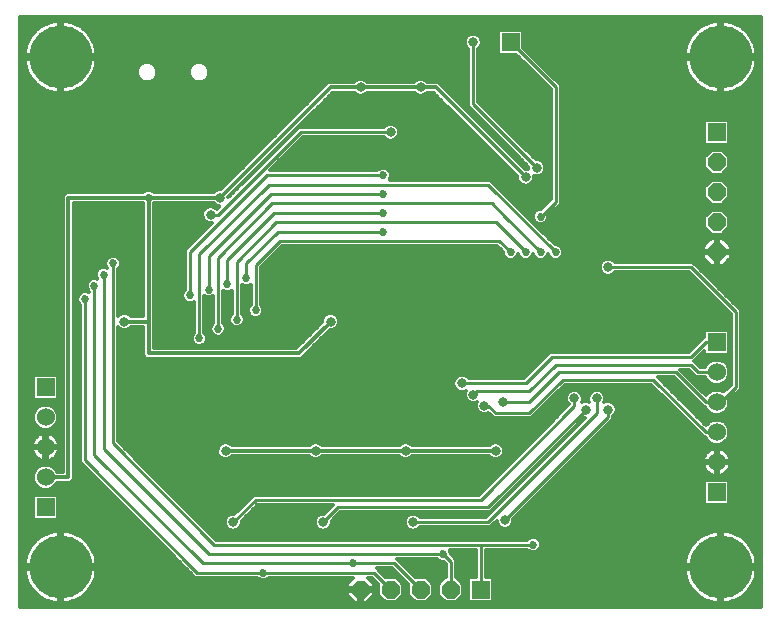
<source format=gbl>
G75*
G70*
%OFA0B0*%
%FSLAX24Y24*%
%IPPOS*%
%LPD*%
%AMOC8*
5,1,8,0,0,1.08239X$1,22.5*
%
%ADD10R,0.0600X0.0600*%
%ADD11OC8,0.0600*%
%ADD12C,0.2100*%
%ADD13C,0.0600*%
%ADD14C,0.0120*%
%ADD15C,0.0270*%
%ADD16C,0.0320*%
%ADD17C,0.0100*%
D10*
X003117Y010948D03*
X003117Y014948D03*
X017617Y008198D03*
X025492Y011448D03*
X025492Y016448D03*
X025492Y023448D03*
X018617Y026448D03*
D11*
X025492Y022448D03*
X025492Y021448D03*
X025492Y020448D03*
X025492Y019448D03*
X016617Y008198D03*
X015617Y008198D03*
X014617Y008198D03*
X013617Y008198D03*
D12*
X003617Y008948D03*
X003617Y025948D03*
X025617Y025948D03*
X025617Y008948D03*
D13*
X025492Y012448D03*
X025492Y013448D03*
X025492Y014448D03*
X025492Y015448D03*
X003117Y013948D03*
X003117Y012948D03*
X003117Y011948D03*
D14*
X002276Y007608D02*
X002276Y027284D01*
X026957Y027288D01*
X026957Y007608D01*
X002276Y007608D01*
X002276Y007685D02*
X026957Y007685D01*
X026957Y007804D02*
X026010Y007804D01*
X025952Y007784D02*
X026080Y007829D01*
X026203Y007887D01*
X026318Y007960D01*
X026424Y008045D01*
X026520Y008141D01*
X026605Y008247D01*
X026677Y008362D01*
X026736Y008484D01*
X026781Y008613D01*
X026811Y008745D01*
X026826Y008880D01*
X026826Y008888D01*
X025677Y008888D01*
X025677Y009008D01*
X026826Y009008D01*
X026826Y009016D01*
X026811Y009151D01*
X026781Y009284D01*
X026736Y009412D01*
X026677Y009534D01*
X026605Y009649D01*
X026520Y009756D01*
X026424Y009852D01*
X026318Y009937D01*
X026203Y010009D01*
X026080Y010068D01*
X025952Y010113D01*
X025820Y010143D01*
X025684Y010158D01*
X025676Y010158D01*
X025676Y009008D01*
X025557Y009008D01*
X025557Y010158D01*
X025549Y010158D01*
X025414Y010143D01*
X025281Y010113D01*
X025153Y010068D01*
X025030Y010009D01*
X024915Y009937D01*
X024809Y009852D01*
X024713Y009756D01*
X024628Y009649D01*
X024556Y009534D01*
X024497Y009412D01*
X024452Y009284D01*
X024422Y009151D01*
X024407Y009016D01*
X024407Y009008D01*
X025556Y009008D01*
X025556Y008888D01*
X024407Y008888D01*
X024407Y008880D01*
X024422Y008745D01*
X024452Y008613D01*
X024497Y008484D01*
X024556Y008362D01*
X024628Y008247D01*
X024713Y008141D01*
X024809Y008045D01*
X024915Y007960D01*
X025030Y007887D01*
X025153Y007829D01*
X025281Y007784D01*
X025414Y007753D01*
X025549Y007738D01*
X025557Y007738D01*
X025557Y008888D01*
X025676Y008888D01*
X025676Y007738D01*
X025684Y007738D01*
X025820Y007753D01*
X025952Y007784D01*
X025676Y007804D02*
X025557Y007804D01*
X025557Y007922D02*
X025676Y007922D01*
X025676Y008041D02*
X025557Y008041D01*
X025557Y008159D02*
X025676Y008159D01*
X025676Y008278D02*
X025557Y008278D01*
X025557Y008397D02*
X025676Y008397D01*
X025676Y008515D02*
X025557Y008515D01*
X025557Y008634D02*
X025676Y008634D01*
X025676Y008752D02*
X025557Y008752D01*
X025557Y008871D02*
X025676Y008871D01*
X025677Y008989D02*
X026957Y008989D01*
X026957Y008871D02*
X026825Y008871D01*
X026812Y008752D02*
X026957Y008752D01*
X026957Y008634D02*
X026786Y008634D01*
X026747Y008515D02*
X026957Y008515D01*
X026957Y008397D02*
X026694Y008397D01*
X026624Y008278D02*
X026957Y008278D01*
X026957Y008159D02*
X026535Y008159D01*
X026419Y008041D02*
X026957Y008041D01*
X026957Y007922D02*
X026258Y007922D01*
X025223Y007804D02*
X017992Y007804D01*
X017966Y007778D02*
X018036Y007848D01*
X018036Y008548D01*
X017966Y008618D01*
X017786Y008618D01*
X017786Y009528D01*
X019176Y009528D01*
X019222Y009482D01*
X019316Y009443D01*
X019417Y009443D01*
X019511Y009482D01*
X019583Y009554D01*
X019621Y009647D01*
X019621Y009749D01*
X019583Y009843D01*
X019511Y009914D01*
X019417Y009953D01*
X019316Y009953D01*
X019222Y009914D01*
X019176Y009868D01*
X017687Y009868D01*
X008812Y009868D01*
X005536Y013144D01*
X005536Y016945D01*
X005583Y016898D01*
X005686Y016856D01*
X005797Y016856D01*
X005900Y016898D01*
X005957Y016956D01*
X006374Y016956D01*
X006374Y016148D01*
X006374Y015999D01*
X006479Y015893D01*
X011479Y015893D01*
X011629Y015893D01*
X012591Y016856D01*
X012672Y016856D01*
X012775Y016898D01*
X012854Y016977D01*
X012896Y017080D01*
X012896Y017191D01*
X012854Y017294D01*
X012775Y017373D01*
X012672Y017416D01*
X012561Y017416D01*
X012458Y017373D01*
X012379Y017294D01*
X012337Y017191D01*
X012337Y017110D01*
X011479Y016253D01*
X006734Y016253D01*
X006734Y017061D01*
X006734Y021080D01*
X006735Y021081D01*
X008713Y021081D01*
X008770Y021023D01*
X008873Y020981D01*
X008909Y020981D01*
X008819Y020891D01*
X008775Y020936D01*
X008672Y020978D01*
X008561Y020978D01*
X008458Y020936D01*
X008379Y020857D01*
X008337Y020754D01*
X008337Y020642D01*
X008379Y020540D01*
X008458Y020461D01*
X008561Y020418D01*
X008659Y020418D01*
X007759Y019519D01*
X007759Y019378D01*
X007759Y018201D01*
X007713Y018155D01*
X007674Y018061D01*
X007674Y017960D01*
X007713Y017866D01*
X007785Y017795D01*
X007878Y017756D01*
X007980Y017756D01*
X008072Y017794D01*
X008072Y016764D01*
X008025Y016718D01*
X007987Y016624D01*
X007987Y016522D01*
X008025Y016429D01*
X008097Y016357D01*
X008191Y016318D01*
X008292Y016318D01*
X008386Y016357D01*
X008458Y016429D01*
X008496Y016522D01*
X008496Y016624D01*
X008458Y016718D01*
X008411Y016764D01*
X008411Y017981D01*
X008503Y017943D01*
X008605Y017943D01*
X008697Y017981D01*
X008697Y017076D01*
X008650Y017030D01*
X008612Y016936D01*
X008612Y016835D01*
X008650Y016741D01*
X008722Y016670D01*
X008816Y016631D01*
X008917Y016631D01*
X009011Y016670D01*
X009083Y016741D01*
X009122Y016835D01*
X009122Y016936D01*
X009083Y017030D01*
X009037Y017076D01*
X009037Y018169D01*
X009128Y018131D01*
X009230Y018131D01*
X009322Y018169D01*
X009322Y017389D01*
X009275Y017343D01*
X009237Y017249D01*
X009237Y017147D01*
X009275Y017054D01*
X009347Y016982D01*
X009441Y016943D01*
X009542Y016943D01*
X009636Y016982D01*
X009708Y017054D01*
X009746Y017147D01*
X009746Y017249D01*
X009708Y017343D01*
X009661Y017389D01*
X009661Y018356D01*
X009753Y018318D01*
X009855Y018318D01*
X009947Y018356D01*
X009947Y017701D01*
X009900Y017655D01*
X009862Y017561D01*
X009862Y017460D01*
X009900Y017366D01*
X009972Y017295D01*
X010066Y017256D01*
X010167Y017256D01*
X010261Y017295D01*
X010333Y017366D01*
X010371Y017460D01*
X010371Y017561D01*
X010333Y017655D01*
X010286Y017701D01*
X010286Y018940D01*
X010999Y019653D01*
X018171Y019653D01*
X018362Y019463D01*
X018362Y019397D01*
X018400Y019304D01*
X018472Y019232D01*
X018566Y019193D01*
X018667Y019193D01*
X018761Y019232D01*
X018833Y019304D01*
X018866Y019385D01*
X018900Y019304D01*
X018972Y019232D01*
X019066Y019193D01*
X019167Y019193D01*
X019261Y019232D01*
X019333Y019304D01*
X019367Y019385D01*
X019400Y019304D01*
X019472Y019232D01*
X019566Y019193D01*
X019667Y019193D01*
X019761Y019232D01*
X019833Y019304D01*
X019867Y019385D01*
X019900Y019304D01*
X019972Y019232D01*
X020066Y019193D01*
X020167Y019193D01*
X020261Y019232D01*
X020333Y019304D01*
X020371Y019397D01*
X020371Y019499D01*
X020333Y019593D01*
X020261Y019664D01*
X020167Y019703D01*
X020102Y019703D01*
X018036Y021769D01*
X017937Y021868D01*
X014583Y021868D01*
X014621Y021960D01*
X014621Y022061D01*
X014583Y022155D01*
X014511Y022227D01*
X014417Y022266D01*
X014316Y022266D01*
X014222Y022227D01*
X014176Y022181D01*
X010589Y022181D01*
X011687Y023278D01*
X014391Y023278D01*
X014458Y023211D01*
X014561Y023168D01*
X014672Y023168D01*
X014775Y023211D01*
X014854Y023290D01*
X014896Y023392D01*
X014896Y023504D01*
X014854Y023607D01*
X014775Y023686D01*
X014672Y023728D01*
X014561Y023728D01*
X014458Y023686D01*
X014391Y023618D01*
X011687Y023618D01*
X011546Y023618D01*
X009209Y021281D01*
X009209Y021286D01*
X012691Y024768D01*
X013401Y024768D01*
X013458Y024711D01*
X013561Y024668D01*
X013672Y024668D01*
X013775Y024711D01*
X013832Y024768D01*
X015401Y024768D01*
X015458Y024711D01*
X015561Y024668D01*
X015672Y024668D01*
X015775Y024711D01*
X015832Y024768D01*
X016042Y024768D01*
X018837Y021974D01*
X018837Y021892D01*
X018879Y021790D01*
X018958Y021711D01*
X019061Y021668D01*
X019172Y021668D01*
X019275Y021711D01*
X019354Y021790D01*
X019396Y021892D01*
X019396Y021997D01*
X019436Y021981D01*
X019547Y021981D01*
X019650Y022023D01*
X019729Y022102D01*
X019771Y022205D01*
X019771Y022316D01*
X019729Y022419D01*
X019650Y022498D01*
X019547Y022541D01*
X019452Y022541D01*
X017536Y024456D01*
X017536Y026222D01*
X017604Y026290D01*
X017646Y026392D01*
X017646Y026504D01*
X017604Y026607D01*
X017525Y026686D01*
X017422Y026728D01*
X017311Y026728D01*
X017208Y026686D01*
X017129Y026607D01*
X017087Y026504D01*
X017087Y026392D01*
X017129Y026290D01*
X017197Y026222D01*
X017197Y024315D01*
X017296Y024216D01*
X019212Y022300D01*
X019212Y022212D01*
X019172Y022228D01*
X019091Y022228D01*
X016296Y025023D01*
X016191Y025128D01*
X015832Y025128D01*
X015775Y025186D01*
X015672Y025228D01*
X015561Y025228D01*
X015458Y025186D01*
X015401Y025128D01*
X013832Y025128D01*
X013775Y025186D01*
X013672Y025228D01*
X013561Y025228D01*
X013458Y025186D01*
X013401Y025128D01*
X012542Y025128D01*
X012437Y025023D01*
X012437Y025023D01*
X008955Y021541D01*
X008873Y021541D01*
X008770Y021498D01*
X008713Y021441D01*
X006735Y021441D01*
X006698Y021477D01*
X006605Y021516D01*
X006503Y021516D01*
X006410Y021477D01*
X006373Y021441D01*
X003941Y021441D01*
X003792Y021441D01*
X003687Y021335D01*
X003687Y012128D01*
X003497Y012128D01*
X003473Y012186D01*
X003354Y012304D01*
X003200Y012368D01*
X003033Y012368D01*
X002879Y012304D01*
X002760Y012186D01*
X002697Y012032D01*
X002697Y011865D01*
X002760Y011710D01*
X002879Y011592D01*
X003033Y011528D01*
X003200Y011528D01*
X003354Y011592D01*
X003473Y011710D01*
X003497Y011768D01*
X003792Y011768D01*
X003941Y011768D01*
X004046Y011874D01*
X004046Y021081D01*
X006373Y021081D01*
X006374Y021080D01*
X006374Y017316D01*
X005957Y017316D01*
X005900Y017373D01*
X005797Y017416D01*
X005686Y017416D01*
X005583Y017373D01*
X005536Y017327D01*
X005536Y018883D01*
X005583Y018929D01*
X005621Y019022D01*
X005621Y019124D01*
X005583Y019218D01*
X005511Y019289D01*
X005417Y019328D01*
X005316Y019328D01*
X005222Y019289D01*
X005150Y019218D01*
X005112Y019124D01*
X005112Y019022D01*
X005148Y018935D01*
X005105Y018953D01*
X005003Y018953D01*
X004910Y018914D01*
X004838Y018843D01*
X004799Y018749D01*
X004799Y018647D01*
X004835Y018560D01*
X004792Y018578D01*
X004691Y018578D01*
X004597Y018539D01*
X004525Y018468D01*
X004486Y018374D01*
X004486Y018272D01*
X004525Y018179D01*
X004571Y018133D01*
X004571Y018103D01*
X004480Y018141D01*
X004378Y018141D01*
X004285Y018102D01*
X004213Y018030D01*
X004174Y017936D01*
X004174Y017835D01*
X004213Y017741D01*
X004259Y017695D01*
X004259Y012581D01*
X004259Y012440D01*
X008109Y008591D01*
X008249Y008591D01*
X010176Y008591D01*
X010222Y008545D01*
X010316Y008506D01*
X010417Y008506D01*
X010511Y008545D01*
X010557Y008591D01*
X013359Y008591D01*
X013157Y008389D01*
X013157Y008238D01*
X013576Y008238D01*
X013576Y008158D01*
X013157Y008158D01*
X013157Y008008D01*
X013426Y007738D01*
X013576Y007738D01*
X013576Y008158D01*
X013657Y008158D01*
X013657Y008238D01*
X014076Y008238D01*
X014076Y008389D01*
X013874Y008591D01*
X013984Y008591D01*
X014199Y008375D01*
X014197Y008372D01*
X014197Y008024D01*
X014443Y007778D01*
X014790Y007778D01*
X015036Y008024D01*
X015036Y008372D01*
X014790Y008618D01*
X014443Y008618D01*
X014440Y008615D01*
X014152Y008903D01*
X014671Y008903D01*
X015199Y008375D01*
X015197Y008372D01*
X015197Y008024D01*
X015443Y007778D01*
X015790Y007778D01*
X016036Y008024D01*
X016036Y008372D01*
X015790Y008618D01*
X015443Y008618D01*
X015440Y008615D01*
X014839Y009216D01*
X016176Y009216D01*
X016222Y009169D01*
X016316Y009131D01*
X016381Y009131D01*
X016447Y009065D01*
X016447Y008618D01*
X016443Y008618D01*
X016197Y008372D01*
X016197Y008024D01*
X016443Y007778D01*
X016790Y007778D01*
X017036Y008024D01*
X017036Y008372D01*
X016790Y008618D01*
X016786Y008618D01*
X016786Y009065D01*
X016786Y009206D01*
X016621Y009371D01*
X016621Y009436D01*
X016583Y009528D01*
X017447Y009528D01*
X017447Y008618D01*
X017267Y008618D01*
X017197Y008548D01*
X017197Y007848D01*
X017267Y007778D01*
X017966Y007778D01*
X018036Y007922D02*
X024975Y007922D01*
X024814Y008041D02*
X018036Y008041D01*
X018036Y008159D02*
X024698Y008159D01*
X024609Y008278D02*
X018036Y008278D01*
X018036Y008397D02*
X024539Y008397D01*
X024486Y008515D02*
X018036Y008515D01*
X017786Y008634D02*
X024447Y008634D01*
X024421Y008752D02*
X017786Y008752D01*
X017786Y008871D02*
X024408Y008871D01*
X024417Y009108D02*
X017786Y009108D01*
X017786Y009226D02*
X024439Y009226D01*
X024473Y009345D02*
X017786Y009345D01*
X017786Y009463D02*
X019267Y009463D01*
X019466Y009463D02*
X024522Y009463D01*
X024586Y009582D02*
X019594Y009582D01*
X019621Y009701D02*
X024669Y009701D01*
X024776Y009819D02*
X019592Y009819D01*
X019455Y009938D02*
X024917Y009938D01*
X025129Y010056D02*
X008624Y010056D01*
X008742Y009938D02*
X019278Y009938D01*
X018666Y010352D02*
X018709Y010455D01*
X018709Y010550D01*
X021937Y013778D01*
X022036Y013878D01*
X022036Y013972D01*
X022104Y014040D01*
X022146Y014142D01*
X022146Y014254D01*
X022104Y014357D01*
X022025Y014436D01*
X021922Y014478D01*
X021811Y014478D01*
X021744Y014450D01*
X021771Y014517D01*
X021771Y014629D01*
X021729Y014732D01*
X021650Y014811D01*
X021547Y014853D01*
X021436Y014853D01*
X021333Y014811D01*
X021254Y014732D01*
X021212Y014629D01*
X021212Y014517D01*
X021239Y014450D01*
X021172Y014478D01*
X021061Y014478D01*
X020994Y014450D01*
X021021Y014517D01*
X021021Y014629D01*
X020979Y014732D01*
X020900Y014811D01*
X020797Y014853D01*
X020686Y014853D01*
X020583Y014811D01*
X020504Y014732D01*
X020462Y014629D01*
X020462Y014517D01*
X020504Y014415D01*
X020548Y014370D01*
X017546Y011368D01*
X010046Y011368D01*
X009947Y011269D01*
X009406Y010728D01*
X009311Y010728D01*
X009208Y010686D01*
X009129Y010607D01*
X009087Y010504D01*
X009087Y010392D01*
X009129Y010290D01*
X009208Y010211D01*
X009311Y010168D01*
X009422Y010168D01*
X009525Y010211D01*
X009604Y010290D01*
X009646Y010392D01*
X009646Y010488D01*
X010187Y011028D01*
X012706Y011028D01*
X012697Y011019D01*
X012406Y010728D01*
X012311Y010728D01*
X012208Y010686D01*
X012129Y010607D01*
X012087Y010504D01*
X012087Y010392D01*
X012129Y010290D01*
X012208Y010211D01*
X012311Y010168D01*
X012422Y010168D01*
X012525Y010211D01*
X012604Y010290D01*
X012646Y010392D01*
X012646Y010488D01*
X012937Y010778D01*
X017796Y010778D01*
X017937Y010778D01*
X021077Y013918D01*
X021096Y013918D01*
X017796Y010618D01*
X015592Y010618D01*
X015525Y010686D01*
X015422Y010728D01*
X015311Y010728D01*
X015208Y010686D01*
X015129Y010607D01*
X015087Y010504D01*
X015087Y010392D01*
X015129Y010290D01*
X015208Y010211D01*
X015311Y010168D01*
X015422Y010168D01*
X015525Y010211D01*
X015592Y010278D01*
X017796Y010278D01*
X017937Y010278D01*
X018149Y010490D01*
X018149Y010455D01*
X018192Y010352D01*
X018270Y010273D01*
X018373Y010231D01*
X018485Y010231D01*
X018588Y010273D01*
X018666Y010352D01*
X018691Y010412D02*
X026957Y010412D01*
X026957Y010530D02*
X018709Y010530D01*
X018808Y010649D02*
X026957Y010649D01*
X026957Y010767D02*
X018926Y010767D01*
X019045Y010886D02*
X026957Y010886D01*
X026957Y011004D02*
X019163Y011004D01*
X019282Y011123D02*
X025072Y011123D01*
X025072Y011098D02*
X025142Y011028D01*
X025841Y011028D01*
X025911Y011098D01*
X025911Y011798D01*
X025841Y011868D01*
X025142Y011868D01*
X025072Y011798D01*
X025072Y011098D01*
X025072Y011242D02*
X019400Y011242D01*
X019519Y011360D02*
X025072Y011360D01*
X025072Y011479D02*
X019637Y011479D01*
X019756Y011597D02*
X025072Y011597D01*
X025072Y011716D02*
X019874Y011716D01*
X019993Y011834D02*
X025108Y011834D01*
X025250Y012055D02*
X025315Y012022D01*
X025384Y012000D01*
X025451Y011989D01*
X025451Y012408D01*
X025032Y012408D01*
X025043Y012340D01*
X025065Y012272D01*
X025098Y012207D01*
X025141Y012149D01*
X025192Y012097D01*
X025250Y012055D01*
X025228Y012071D02*
X020230Y012071D01*
X020112Y011953D02*
X026957Y011953D01*
X026957Y012071D02*
X025755Y012071D01*
X025733Y012055D02*
X025791Y012097D01*
X025842Y012149D01*
X025885Y012207D01*
X025918Y012272D01*
X025940Y012340D01*
X025951Y012408D01*
X025532Y012408D01*
X025532Y012488D01*
X025951Y012488D01*
X025940Y012556D01*
X025918Y012625D01*
X025885Y012689D01*
X025842Y012748D01*
X025791Y012799D01*
X025733Y012842D01*
X025668Y012874D01*
X025599Y012897D01*
X025532Y012908D01*
X025532Y012488D01*
X025451Y012488D01*
X025451Y012408D01*
X025532Y012408D01*
X025532Y011989D01*
X025599Y012000D01*
X025668Y012022D01*
X025733Y012055D01*
X025872Y012190D02*
X026957Y012190D01*
X026957Y012308D02*
X025930Y012308D01*
X025942Y012546D02*
X026957Y012546D01*
X026957Y012664D02*
X025898Y012664D01*
X025808Y012783D02*
X026957Y012783D01*
X026957Y012901D02*
X025572Y012901D01*
X025532Y012901D02*
X025451Y012901D01*
X025451Y012908D02*
X025384Y012897D01*
X025315Y012874D01*
X025250Y012842D01*
X025192Y012799D01*
X025141Y012748D01*
X025098Y012689D01*
X025065Y012625D01*
X025043Y012556D01*
X025032Y012488D01*
X025451Y012488D01*
X025451Y012908D01*
X025411Y012901D02*
X021060Y012901D01*
X020941Y012783D02*
X025175Y012783D01*
X025085Y012664D02*
X020823Y012664D01*
X020704Y012546D02*
X025041Y012546D01*
X025053Y012308D02*
X020467Y012308D01*
X020349Y012190D02*
X025111Y012190D01*
X025451Y012190D02*
X025532Y012190D01*
X025532Y012308D02*
X025451Y012308D01*
X025451Y012427D02*
X020586Y012427D01*
X020079Y012901D02*
X020060Y012901D01*
X019961Y012783D02*
X019941Y012783D01*
X019842Y012664D02*
X019823Y012664D01*
X019724Y012546D02*
X019704Y012546D01*
X019605Y012427D02*
X019586Y012427D01*
X019486Y012308D02*
X019467Y012308D01*
X019368Y012190D02*
X019349Y012190D01*
X019249Y012071D02*
X019230Y012071D01*
X019131Y011953D02*
X019112Y011953D01*
X019012Y011834D02*
X018993Y011834D01*
X018894Y011716D02*
X018874Y011716D01*
X018775Y011597D02*
X018756Y011597D01*
X018657Y011479D02*
X018637Y011479D01*
X018538Y011360D02*
X018519Y011360D01*
X018420Y011242D02*
X018400Y011242D01*
X018301Y011123D02*
X018282Y011123D01*
X018182Y011004D02*
X018163Y011004D01*
X018064Y010886D02*
X018045Y010886D01*
X017945Y010767D02*
X012926Y010767D01*
X012808Y010649D02*
X015171Y010649D01*
X015098Y010530D02*
X012689Y010530D01*
X012646Y010412D02*
X015087Y010412D01*
X015128Y010293D02*
X012605Y010293D01*
X012438Y010175D02*
X015295Y010175D01*
X015438Y010175D02*
X026957Y010175D01*
X026957Y010293D02*
X018607Y010293D01*
X018251Y010293D02*
X017952Y010293D01*
X018070Y010412D02*
X018167Y010412D01*
X017827Y010649D02*
X015562Y010649D01*
X016610Y009463D02*
X017447Y009463D01*
X017447Y009345D02*
X016648Y009345D01*
X016766Y009226D02*
X017447Y009226D01*
X017447Y009108D02*
X016786Y009108D01*
X016786Y008989D02*
X017447Y008989D01*
X017447Y008871D02*
X016786Y008871D01*
X016786Y008752D02*
X017447Y008752D01*
X017447Y008634D02*
X016786Y008634D01*
X016894Y008515D02*
X017197Y008515D01*
X017197Y008397D02*
X017012Y008397D01*
X017036Y008278D02*
X017197Y008278D01*
X017197Y008159D02*
X017036Y008159D01*
X017036Y008041D02*
X017197Y008041D01*
X017197Y007922D02*
X016935Y007922D01*
X016816Y007804D02*
X017241Y007804D01*
X016417Y007804D02*
X015816Y007804D01*
X015935Y007922D02*
X016298Y007922D01*
X016197Y008041D02*
X016036Y008041D01*
X016036Y008159D02*
X016197Y008159D01*
X016197Y008278D02*
X016036Y008278D01*
X016012Y008397D02*
X016221Y008397D01*
X016339Y008515D02*
X015894Y008515D01*
X015421Y008634D02*
X016447Y008634D01*
X016447Y008752D02*
X015303Y008752D01*
X015184Y008871D02*
X016447Y008871D01*
X016447Y008989D02*
X015066Y008989D01*
X014947Y009108D02*
X016404Y009108D01*
X015298Y007922D02*
X014935Y007922D01*
X015036Y008041D02*
X015197Y008041D01*
X015197Y008159D02*
X015036Y008159D01*
X015036Y008278D02*
X015197Y008278D01*
X015178Y008397D02*
X015012Y008397D01*
X015059Y008515D02*
X014894Y008515D01*
X014941Y008634D02*
X014421Y008634D01*
X014303Y008752D02*
X014822Y008752D01*
X014704Y008871D02*
X014184Y008871D01*
X014059Y008515D02*
X013950Y008515D01*
X014069Y008397D02*
X014178Y008397D01*
X014197Y008278D02*
X014076Y008278D01*
X014076Y008158D02*
X013657Y008158D01*
X013657Y007738D01*
X013807Y007738D01*
X014076Y008008D01*
X014076Y008158D01*
X014076Y008041D02*
X014197Y008041D01*
X014197Y008159D02*
X013657Y008159D01*
X013576Y008159D02*
X004535Y008159D01*
X004520Y008141D02*
X004605Y008247D01*
X004677Y008362D01*
X004736Y008484D01*
X004781Y008613D01*
X004811Y008745D01*
X004826Y008880D01*
X004826Y008888D01*
X003677Y008888D01*
X003677Y009008D01*
X004826Y009008D01*
X004826Y009016D01*
X004811Y009151D01*
X004781Y009284D01*
X004736Y009412D01*
X004677Y009534D01*
X004605Y009649D01*
X004520Y009756D01*
X004424Y009852D01*
X004318Y009937D01*
X004203Y010009D01*
X004080Y010068D01*
X003952Y010113D01*
X003820Y010143D01*
X003684Y010158D01*
X003676Y010158D01*
X003676Y009008D01*
X003557Y009008D01*
X003557Y010158D01*
X003549Y010158D01*
X003414Y010143D01*
X003281Y010113D01*
X003153Y010068D01*
X003030Y010009D01*
X002915Y009937D01*
X002809Y009852D01*
X002713Y009756D01*
X002628Y009649D01*
X002556Y009534D01*
X002497Y009412D01*
X002452Y009284D01*
X002422Y009151D01*
X002407Y009016D01*
X002406Y009008D01*
X003556Y009008D01*
X003556Y008888D01*
X002407Y008888D01*
X002407Y008880D01*
X002422Y008745D01*
X002452Y008613D01*
X002497Y008484D01*
X002556Y008362D01*
X002628Y008247D01*
X002713Y008141D01*
X002809Y008045D01*
X002915Y007960D01*
X003030Y007887D01*
X003153Y007829D01*
X003281Y007784D01*
X003414Y007753D01*
X003549Y007738D01*
X003557Y007738D01*
X003557Y008888D01*
X003676Y008888D01*
X003676Y007738D01*
X003684Y007738D01*
X003820Y007753D01*
X003952Y007784D01*
X004080Y007829D01*
X004203Y007887D01*
X004318Y007960D01*
X004424Y008045D01*
X004520Y008141D01*
X004419Y008041D02*
X013157Y008041D01*
X013242Y007922D02*
X004258Y007922D01*
X004010Y007804D02*
X013360Y007804D01*
X013576Y007804D02*
X013657Y007804D01*
X013657Y007922D02*
X013576Y007922D01*
X013576Y008041D02*
X013657Y008041D01*
X013873Y007804D02*
X014417Y007804D01*
X014298Y007922D02*
X013991Y007922D01*
X014816Y007804D02*
X015417Y007804D01*
X013283Y008515D02*
X010440Y008515D01*
X010293Y008515D02*
X004747Y008515D01*
X004786Y008634D02*
X008066Y008634D01*
X007947Y008752D02*
X004812Y008752D01*
X004825Y008871D02*
X007829Y008871D01*
X007710Y008989D02*
X003677Y008989D01*
X003676Y008871D02*
X003557Y008871D01*
X003556Y008989D02*
X002276Y008989D01*
X002276Y008871D02*
X002408Y008871D01*
X002421Y008752D02*
X002276Y008752D01*
X002276Y008634D02*
X002447Y008634D01*
X002486Y008515D02*
X002276Y008515D01*
X002276Y008397D02*
X002539Y008397D01*
X002609Y008278D02*
X002276Y008278D01*
X002276Y008159D02*
X002698Y008159D01*
X002814Y008041D02*
X002276Y008041D01*
X002276Y007922D02*
X002975Y007922D01*
X003223Y007804D02*
X002276Y007804D01*
X003557Y007804D02*
X003676Y007804D01*
X003676Y007922D02*
X003557Y007922D01*
X003557Y008041D02*
X003676Y008041D01*
X003676Y008159D02*
X003557Y008159D01*
X003557Y008278D02*
X003676Y008278D01*
X003676Y008397D02*
X003557Y008397D01*
X003557Y008515D02*
X003676Y008515D01*
X003676Y008634D02*
X003557Y008634D01*
X003557Y008752D02*
X003676Y008752D01*
X003676Y009108D02*
X003557Y009108D01*
X003557Y009226D02*
X003676Y009226D01*
X003676Y009345D02*
X003557Y009345D01*
X003557Y009463D02*
X003676Y009463D01*
X003676Y009582D02*
X003557Y009582D01*
X003557Y009701D02*
X003676Y009701D01*
X003676Y009819D02*
X003557Y009819D01*
X003557Y009938D02*
X003676Y009938D01*
X003676Y010056D02*
X003557Y010056D01*
X003466Y010528D02*
X003536Y010598D01*
X003536Y011298D01*
X003466Y011368D01*
X002767Y011368D01*
X002697Y011298D01*
X002697Y010598D01*
X002767Y010528D01*
X003466Y010528D01*
X003468Y010530D02*
X006169Y010530D01*
X006288Y010412D02*
X002276Y010412D01*
X002276Y010530D02*
X002765Y010530D01*
X002697Y010649D02*
X002276Y010649D01*
X002276Y010767D02*
X002697Y010767D01*
X002697Y010886D02*
X002276Y010886D01*
X002276Y011004D02*
X002697Y011004D01*
X002697Y011123D02*
X002276Y011123D01*
X002276Y011242D02*
X002697Y011242D01*
X002759Y011360D02*
X002276Y011360D01*
X002276Y011479D02*
X005221Y011479D01*
X005102Y011597D02*
X003359Y011597D01*
X003475Y011716D02*
X004984Y011716D01*
X004865Y011834D02*
X004007Y011834D01*
X004046Y011953D02*
X004746Y011953D01*
X004628Y012071D02*
X004046Y012071D01*
X004046Y012190D02*
X004509Y012190D01*
X004391Y012308D02*
X004046Y012308D01*
X004046Y012427D02*
X004272Y012427D01*
X004259Y012546D02*
X004046Y012546D01*
X004046Y012664D02*
X004259Y012664D01*
X004259Y012783D02*
X004046Y012783D01*
X004046Y012901D02*
X004259Y012901D01*
X004259Y013020D02*
X004046Y013020D01*
X004046Y013138D02*
X004259Y013138D01*
X004259Y013257D02*
X004046Y013257D01*
X004046Y013375D02*
X004259Y013375D01*
X004259Y013494D02*
X004046Y013494D01*
X004046Y013612D02*
X004259Y013612D01*
X004259Y013731D02*
X004046Y013731D01*
X004046Y013850D02*
X004259Y013850D01*
X004259Y013968D02*
X004046Y013968D01*
X004046Y014087D02*
X004259Y014087D01*
X004259Y014205D02*
X004046Y014205D01*
X004046Y014324D02*
X004259Y014324D01*
X004259Y014442D02*
X004046Y014442D01*
X004046Y014561D02*
X004259Y014561D01*
X004259Y014679D02*
X004046Y014679D01*
X004046Y014798D02*
X004259Y014798D01*
X004259Y014916D02*
X004046Y014916D01*
X004046Y015035D02*
X004259Y015035D01*
X004259Y015154D02*
X004046Y015154D01*
X004046Y015272D02*
X004259Y015272D01*
X004259Y015391D02*
X004046Y015391D01*
X004046Y015509D02*
X004259Y015509D01*
X004259Y015628D02*
X004046Y015628D01*
X004046Y015746D02*
X004259Y015746D01*
X004259Y015865D02*
X004046Y015865D01*
X004046Y015983D02*
X004259Y015983D01*
X004259Y016102D02*
X004046Y016102D01*
X004046Y016220D02*
X004259Y016220D01*
X004259Y016339D02*
X004046Y016339D01*
X004046Y016457D02*
X004259Y016457D01*
X004259Y016576D02*
X004046Y016576D01*
X004046Y016695D02*
X004259Y016695D01*
X004259Y016813D02*
X004046Y016813D01*
X004046Y016932D02*
X004259Y016932D01*
X004259Y017050D02*
X004046Y017050D01*
X004046Y017169D02*
X004259Y017169D01*
X004259Y017287D02*
X004046Y017287D01*
X004046Y017406D02*
X004259Y017406D01*
X004259Y017524D02*
X004046Y017524D01*
X004046Y017643D02*
X004259Y017643D01*
X004204Y017761D02*
X004046Y017761D01*
X004046Y017880D02*
X004174Y017880D01*
X004200Y017999D02*
X004046Y017999D01*
X004046Y018117D02*
X004321Y018117D01*
X004537Y018117D02*
X004571Y018117D01*
X004502Y018236D02*
X004046Y018236D01*
X004046Y018354D02*
X004486Y018354D01*
X004530Y018473D02*
X004046Y018473D01*
X004046Y018591D02*
X004822Y018591D01*
X004799Y018710D02*
X004046Y018710D01*
X004046Y018828D02*
X004832Y018828D01*
X004988Y018947D02*
X004046Y018947D01*
X004046Y019065D02*
X005112Y019065D01*
X005120Y018947D02*
X005143Y018947D01*
X005136Y019184D02*
X004046Y019184D01*
X004046Y019303D02*
X005254Y019303D01*
X005479Y019303D02*
X006374Y019303D01*
X006374Y019421D02*
X004046Y019421D01*
X004046Y019540D02*
X006374Y019540D01*
X006374Y019658D02*
X004046Y019658D01*
X004046Y019777D02*
X006374Y019777D01*
X006374Y019895D02*
X004046Y019895D01*
X004046Y020014D02*
X006374Y020014D01*
X006374Y020132D02*
X004046Y020132D01*
X004046Y020251D02*
X006374Y020251D01*
X006374Y020369D02*
X004046Y020369D01*
X004046Y020488D02*
X006374Y020488D01*
X006374Y020606D02*
X004046Y020606D01*
X004046Y020725D02*
X006374Y020725D01*
X006374Y020844D02*
X004046Y020844D01*
X004046Y020962D02*
X006374Y020962D01*
X006373Y021081D02*
X004046Y021081D01*
X003867Y021261D02*
X003867Y011948D01*
X003117Y011948D01*
X003469Y012190D02*
X003687Y012190D01*
X003687Y012308D02*
X003344Y012308D01*
X003293Y012522D02*
X003358Y012555D01*
X003416Y012597D01*
X003467Y012649D01*
X003510Y012707D01*
X003543Y012772D01*
X003565Y012840D01*
X003576Y012908D01*
X003157Y012908D01*
X003157Y012988D01*
X003576Y012988D01*
X003565Y013056D01*
X003543Y013125D01*
X003510Y013189D01*
X003467Y013248D01*
X003416Y013299D01*
X003358Y013342D01*
X003293Y013374D01*
X003224Y013397D01*
X003157Y013408D01*
X003157Y012988D01*
X003076Y012988D01*
X003076Y012908D01*
X002657Y012908D01*
X002668Y012840D01*
X002690Y012772D01*
X002723Y012707D01*
X002766Y012649D01*
X002817Y012597D01*
X002875Y012555D01*
X002940Y012522D01*
X003009Y012500D01*
X003076Y012489D01*
X003076Y012908D01*
X003157Y012908D01*
X003157Y012489D01*
X003224Y012500D01*
X003293Y012522D01*
X003339Y012546D02*
X003687Y012546D01*
X003687Y012664D02*
X003479Y012664D01*
X003546Y012783D02*
X003687Y012783D01*
X003687Y012901D02*
X003575Y012901D01*
X003571Y013020D02*
X003687Y013020D01*
X003687Y013138D02*
X003536Y013138D01*
X003458Y013257D02*
X003687Y013257D01*
X003687Y013375D02*
X003290Y013375D01*
X003157Y013375D02*
X003076Y013375D01*
X003076Y013408D02*
X003076Y012988D01*
X002657Y012988D01*
X002668Y013056D01*
X002690Y013125D01*
X002723Y013189D01*
X002766Y013248D01*
X002817Y013299D01*
X002875Y013342D01*
X002940Y013374D01*
X003009Y013397D01*
X003076Y013408D01*
X003033Y013528D02*
X003200Y013528D01*
X003354Y013592D01*
X003473Y013710D01*
X003536Y013865D01*
X003536Y014032D01*
X003473Y014186D01*
X003354Y014304D01*
X003200Y014368D01*
X003033Y014368D01*
X002879Y014304D01*
X002760Y014186D01*
X002697Y014032D01*
X002697Y013865D01*
X002760Y013710D01*
X002879Y013592D01*
X003033Y013528D01*
X002943Y013375D02*
X002276Y013375D01*
X002276Y013257D02*
X002775Y013257D01*
X002697Y013138D02*
X002276Y013138D01*
X002276Y013020D02*
X002662Y013020D01*
X002658Y012901D02*
X002276Y012901D01*
X002276Y012783D02*
X002687Y012783D01*
X002754Y012664D02*
X002276Y012664D01*
X002276Y012546D02*
X002894Y012546D01*
X003076Y012546D02*
X003157Y012546D01*
X003157Y012664D02*
X003076Y012664D01*
X003076Y012783D02*
X003157Y012783D01*
X003157Y012901D02*
X003076Y012901D01*
X003076Y013020D02*
X003157Y013020D01*
X003157Y013138D02*
X003076Y013138D01*
X003076Y013257D02*
X003157Y013257D01*
X003375Y013612D02*
X003687Y013612D01*
X003687Y013494D02*
X002276Y013494D01*
X002276Y013612D02*
X002858Y013612D01*
X002752Y013731D02*
X002276Y013731D01*
X002276Y013850D02*
X002703Y013850D01*
X002697Y013968D02*
X002276Y013968D01*
X002276Y014087D02*
X002719Y014087D01*
X002780Y014205D02*
X002276Y014205D01*
X002276Y014324D02*
X002926Y014324D01*
X002767Y014528D02*
X002697Y014598D01*
X002697Y015298D01*
X002767Y015368D01*
X003466Y015368D01*
X003536Y015298D01*
X003536Y014598D01*
X003466Y014528D01*
X002767Y014528D01*
X002734Y014561D02*
X002276Y014561D01*
X002276Y014679D02*
X002697Y014679D01*
X002697Y014798D02*
X002276Y014798D01*
X002276Y014916D02*
X002697Y014916D01*
X002697Y015035D02*
X002276Y015035D01*
X002276Y015154D02*
X002697Y015154D01*
X002697Y015272D02*
X002276Y015272D01*
X002276Y015391D02*
X003687Y015391D01*
X003687Y015509D02*
X002276Y015509D01*
X002276Y015628D02*
X003687Y015628D01*
X003687Y015746D02*
X002276Y015746D01*
X002276Y015865D02*
X003687Y015865D01*
X003687Y015983D02*
X002276Y015983D01*
X002276Y016102D02*
X003687Y016102D01*
X003687Y016220D02*
X002276Y016220D01*
X002276Y016339D02*
X003687Y016339D01*
X003687Y016457D02*
X002276Y016457D01*
X002276Y016576D02*
X003687Y016576D01*
X003687Y016695D02*
X002276Y016695D01*
X002276Y016813D02*
X003687Y016813D01*
X003687Y016932D02*
X002276Y016932D01*
X002276Y017050D02*
X003687Y017050D01*
X003687Y017169D02*
X002276Y017169D01*
X002276Y017287D02*
X003687Y017287D01*
X003687Y017406D02*
X002276Y017406D01*
X002276Y017524D02*
X003687Y017524D01*
X003687Y017643D02*
X002276Y017643D01*
X002276Y017761D02*
X003687Y017761D01*
X003687Y017880D02*
X002276Y017880D01*
X002276Y017999D02*
X003687Y017999D01*
X003687Y018117D02*
X002276Y018117D01*
X002276Y018236D02*
X003687Y018236D01*
X003687Y018354D02*
X002276Y018354D01*
X002276Y018473D02*
X003687Y018473D01*
X003687Y018591D02*
X002276Y018591D01*
X002276Y018710D02*
X003687Y018710D01*
X003687Y018828D02*
X002276Y018828D01*
X002276Y018947D02*
X003687Y018947D01*
X003687Y019065D02*
X002276Y019065D01*
X002276Y019184D02*
X003687Y019184D01*
X003687Y019303D02*
X002276Y019303D01*
X002276Y019421D02*
X003687Y019421D01*
X003687Y019540D02*
X002276Y019540D01*
X002276Y019658D02*
X003687Y019658D01*
X003687Y019777D02*
X002276Y019777D01*
X002276Y019895D02*
X003687Y019895D01*
X003687Y020014D02*
X002276Y020014D01*
X002276Y020132D02*
X003687Y020132D01*
X003687Y020251D02*
X002276Y020251D01*
X002276Y020369D02*
X003687Y020369D01*
X003687Y020488D02*
X002276Y020488D01*
X002276Y020606D02*
X003687Y020606D01*
X003687Y020725D02*
X002276Y020725D01*
X002276Y020844D02*
X003687Y020844D01*
X003687Y020962D02*
X002276Y020962D01*
X002276Y021081D02*
X003687Y021081D01*
X003687Y021199D02*
X002276Y021199D01*
X002276Y021318D02*
X003687Y021318D01*
X003788Y021436D02*
X002276Y021436D01*
X002276Y021555D02*
X008969Y021555D01*
X009087Y021673D02*
X002276Y021673D01*
X002276Y021792D02*
X009206Y021792D01*
X009324Y021910D02*
X002276Y021910D01*
X002276Y022029D02*
X009443Y022029D01*
X009561Y022148D02*
X002276Y022148D01*
X002276Y022266D02*
X009680Y022266D01*
X009799Y022385D02*
X002276Y022385D01*
X002276Y022503D02*
X009917Y022503D01*
X010036Y022622D02*
X002276Y022622D01*
X002276Y022740D02*
X010154Y022740D01*
X010273Y022859D02*
X002276Y022859D01*
X002276Y022977D02*
X010391Y022977D01*
X010510Y023096D02*
X002276Y023096D01*
X002276Y023214D02*
X010628Y023214D01*
X010747Y023333D02*
X002276Y023333D01*
X002276Y023452D02*
X010865Y023452D01*
X010984Y023570D02*
X002276Y023570D01*
X002276Y023689D02*
X011102Y023689D01*
X011221Y023807D02*
X002276Y023807D01*
X002276Y023926D02*
X011340Y023926D01*
X011458Y024044D02*
X002276Y024044D01*
X002276Y024163D02*
X011577Y024163D01*
X011695Y024281D02*
X002276Y024281D01*
X002276Y024400D02*
X011814Y024400D01*
X011932Y024518D02*
X002276Y024518D01*
X002276Y024637D02*
X012051Y024637D01*
X012169Y024756D02*
X003829Y024756D01*
X003820Y024753D02*
X003952Y024784D01*
X004080Y024829D01*
X004203Y024887D01*
X004318Y024960D01*
X004424Y025045D01*
X004520Y025141D01*
X004605Y025247D01*
X004677Y025362D01*
X004736Y025484D01*
X004781Y025613D01*
X004811Y025745D01*
X004826Y025880D01*
X004826Y025888D01*
X003677Y025888D01*
X003677Y026008D01*
X004826Y026008D01*
X004826Y026016D01*
X004811Y026151D01*
X004781Y026284D01*
X004736Y026412D01*
X004677Y026534D01*
X004605Y026649D01*
X004520Y026756D01*
X004424Y026852D01*
X004318Y026937D01*
X004203Y027009D01*
X004080Y027068D01*
X003952Y027113D01*
X003820Y027143D01*
X003684Y027158D01*
X003676Y027158D01*
X003676Y026008D01*
X003557Y026008D01*
X003557Y027158D01*
X003549Y027158D01*
X003414Y027143D01*
X003281Y027113D01*
X003153Y027068D01*
X003030Y027009D01*
X002915Y026937D01*
X002809Y026852D01*
X002713Y026756D01*
X002628Y026649D01*
X002556Y026534D01*
X002497Y026412D01*
X002452Y026284D01*
X002422Y026151D01*
X002407Y026016D01*
X002406Y026008D01*
X003556Y026008D01*
X003556Y025888D01*
X002407Y025888D01*
X002407Y025880D01*
X002422Y025745D01*
X002452Y025613D01*
X002497Y025484D01*
X002556Y025362D01*
X002628Y025247D01*
X002713Y025141D01*
X002809Y025045D01*
X002915Y024960D01*
X003030Y024887D01*
X003153Y024829D01*
X003281Y024784D01*
X003414Y024753D01*
X003549Y024738D01*
X003557Y024738D01*
X003557Y025888D01*
X003676Y025888D01*
X003676Y024738D01*
X003684Y024738D01*
X003820Y024753D01*
X003676Y024756D02*
X003557Y024756D01*
X003557Y024874D02*
X003676Y024874D01*
X003676Y024993D02*
X003557Y024993D01*
X003557Y025111D02*
X003676Y025111D01*
X003676Y025230D02*
X003557Y025230D01*
X003557Y025348D02*
X003676Y025348D01*
X003676Y025467D02*
X003557Y025467D01*
X003557Y025585D02*
X003676Y025585D01*
X003676Y025704D02*
X003557Y025704D01*
X003557Y025822D02*
X003676Y025822D01*
X003677Y025941D02*
X017197Y025941D01*
X017197Y026059D02*
X004822Y026059D01*
X004805Y026178D02*
X017197Y026178D01*
X017126Y026297D02*
X004777Y026297D01*
X004735Y026415D02*
X017087Y026415D01*
X017099Y026534D02*
X004678Y026534D01*
X004603Y026652D02*
X017175Y026652D01*
X017558Y026652D02*
X018197Y026652D01*
X018197Y026534D02*
X017634Y026534D01*
X017646Y026415D02*
X018197Y026415D01*
X018197Y026297D02*
X017607Y026297D01*
X017536Y026178D02*
X018197Y026178D01*
X018197Y026098D02*
X018267Y026028D01*
X018796Y026028D01*
X019947Y024878D01*
X019947Y021206D01*
X019631Y020891D01*
X019566Y020891D01*
X019472Y020852D01*
X019400Y020780D01*
X019362Y020686D01*
X019362Y020585D01*
X019400Y020491D01*
X019472Y020420D01*
X019566Y020381D01*
X019667Y020381D01*
X019761Y020420D01*
X019833Y020491D01*
X019871Y020585D01*
X019871Y020650D01*
X020187Y020966D01*
X020286Y021065D01*
X020286Y024878D01*
X020286Y025019D01*
X019036Y026269D01*
X019036Y026798D01*
X018966Y026868D01*
X018267Y026868D01*
X018197Y026798D01*
X018197Y026098D01*
X018236Y026059D02*
X017536Y026059D01*
X017536Y025941D02*
X018883Y025941D01*
X019002Y025822D02*
X017536Y025822D01*
X017536Y025704D02*
X019120Y025704D01*
X019239Y025585D02*
X017536Y025585D01*
X017536Y025467D02*
X019358Y025467D01*
X019476Y025348D02*
X017536Y025348D01*
X017536Y025230D02*
X019595Y025230D01*
X019713Y025111D02*
X017536Y025111D01*
X017536Y024993D02*
X019832Y024993D01*
X019947Y024874D02*
X017536Y024874D01*
X017536Y024756D02*
X019947Y024756D01*
X019947Y024637D02*
X017536Y024637D01*
X017536Y024518D02*
X019947Y024518D01*
X019947Y024400D02*
X017593Y024400D01*
X017711Y024281D02*
X019947Y024281D01*
X019947Y024163D02*
X017830Y024163D01*
X017948Y024044D02*
X019947Y024044D01*
X019947Y023926D02*
X018067Y023926D01*
X018185Y023807D02*
X019947Y023807D01*
X019947Y023689D02*
X018304Y023689D01*
X018423Y023570D02*
X019947Y023570D01*
X019947Y023452D02*
X018541Y023452D01*
X018660Y023333D02*
X019947Y023333D01*
X019947Y023214D02*
X018778Y023214D01*
X018897Y023096D02*
X019947Y023096D01*
X019947Y022977D02*
X019015Y022977D01*
X019134Y022859D02*
X019947Y022859D01*
X019947Y022740D02*
X019252Y022740D01*
X019371Y022622D02*
X019947Y022622D01*
X019947Y022503D02*
X019638Y022503D01*
X019743Y022385D02*
X019947Y022385D01*
X019947Y022266D02*
X019771Y022266D01*
X019748Y022148D02*
X019947Y022148D01*
X019947Y022029D02*
X019656Y022029D01*
X019396Y021910D02*
X019947Y021910D01*
X019947Y021792D02*
X019355Y021792D01*
X019185Y021673D02*
X019947Y021673D01*
X019947Y021555D02*
X018250Y021555D01*
X018132Y021673D02*
X019048Y021673D01*
X018878Y021792D02*
X018013Y021792D01*
X018369Y021436D02*
X019947Y021436D01*
X019947Y021318D02*
X018487Y021318D01*
X018606Y021199D02*
X019940Y021199D01*
X019821Y021081D02*
X018724Y021081D01*
X018843Y020962D02*
X019703Y020962D01*
X019464Y020844D02*
X018961Y020844D01*
X019080Y020725D02*
X019378Y020725D01*
X019362Y020606D02*
X019199Y020606D01*
X019317Y020488D02*
X019404Y020488D01*
X019436Y020369D02*
X025072Y020369D01*
X025072Y020274D02*
X025072Y020622D01*
X025318Y020868D01*
X025665Y020868D01*
X025911Y020622D01*
X025911Y020274D01*
X025665Y020028D01*
X025318Y020028D01*
X025072Y020274D01*
X025095Y020251D02*
X019554Y020251D01*
X019673Y020132D02*
X025213Y020132D01*
X025301Y019908D02*
X025032Y019639D01*
X025032Y019488D01*
X025451Y019488D01*
X025451Y019408D01*
X025032Y019408D01*
X025032Y019258D01*
X025301Y018988D01*
X025451Y018988D01*
X025451Y019408D01*
X025532Y019408D01*
X025532Y019488D01*
X025951Y019488D01*
X025951Y019639D01*
X025682Y019908D01*
X025532Y019908D01*
X025532Y019488D01*
X025451Y019488D01*
X025451Y019908D01*
X025301Y019908D01*
X025288Y019895D02*
X019910Y019895D01*
X020028Y019777D02*
X025170Y019777D01*
X025051Y019658D02*
X020267Y019658D01*
X020355Y019540D02*
X025032Y019540D01*
X025032Y019303D02*
X020331Y019303D01*
X020371Y019421D02*
X025451Y019421D01*
X025532Y019421D02*
X026957Y019421D01*
X026957Y019303D02*
X025951Y019303D01*
X025951Y019258D02*
X025951Y019408D01*
X025532Y019408D01*
X025532Y018988D01*
X025682Y018988D01*
X025951Y019258D01*
X025878Y019184D02*
X026957Y019184D01*
X026957Y019065D02*
X025759Y019065D01*
X025532Y019065D02*
X025451Y019065D01*
X025451Y019184D02*
X025532Y019184D01*
X025532Y019303D02*
X025451Y019303D01*
X025451Y019540D02*
X025532Y019540D01*
X025532Y019658D02*
X025451Y019658D01*
X025451Y019777D02*
X025532Y019777D01*
X025532Y019895D02*
X025451Y019895D01*
X025695Y019895D02*
X026957Y019895D01*
X026957Y019777D02*
X025814Y019777D01*
X025932Y019658D02*
X026957Y019658D01*
X026957Y019540D02*
X025951Y019540D01*
X025770Y020132D02*
X026957Y020132D01*
X026957Y020014D02*
X019791Y020014D01*
X019829Y020488D02*
X025072Y020488D01*
X025072Y020606D02*
X019871Y020606D01*
X019946Y020725D02*
X025174Y020725D01*
X025293Y020844D02*
X020065Y020844D01*
X020183Y020962D02*
X026957Y020962D01*
X026957Y020844D02*
X025690Y020844D01*
X025809Y020725D02*
X026957Y020725D01*
X026957Y020606D02*
X025911Y020606D01*
X025911Y020488D02*
X026957Y020488D01*
X026957Y020369D02*
X025911Y020369D01*
X025888Y020251D02*
X026957Y020251D01*
X026957Y021081D02*
X025718Y021081D01*
X025665Y021028D02*
X025911Y021274D01*
X025911Y021622D01*
X025665Y021868D01*
X025318Y021868D01*
X025072Y021622D01*
X025072Y021274D01*
X025318Y021028D01*
X025665Y021028D01*
X025836Y021199D02*
X026957Y021199D01*
X026957Y021318D02*
X025911Y021318D01*
X025911Y021436D02*
X026957Y021436D01*
X026957Y021555D02*
X025911Y021555D01*
X025860Y021673D02*
X026957Y021673D01*
X026957Y021792D02*
X025742Y021792D01*
X025665Y022028D02*
X025911Y022274D01*
X025911Y022622D01*
X025665Y022868D01*
X025318Y022868D01*
X025072Y022622D01*
X025072Y022274D01*
X025318Y022028D01*
X025665Y022028D01*
X025666Y022029D02*
X026957Y022029D01*
X026957Y021910D02*
X020286Y021910D01*
X020286Y021792D02*
X025241Y021792D01*
X025123Y021673D02*
X020286Y021673D01*
X020286Y021555D02*
X025072Y021555D01*
X025072Y021436D02*
X020286Y021436D01*
X020286Y021318D02*
X025072Y021318D01*
X025147Y021199D02*
X020286Y021199D01*
X020286Y021081D02*
X025265Y021081D01*
X025317Y022029D02*
X020286Y022029D01*
X020286Y022148D02*
X025198Y022148D01*
X025080Y022266D02*
X020286Y022266D01*
X020286Y022385D02*
X025072Y022385D01*
X025072Y022503D02*
X020286Y022503D01*
X020286Y022622D02*
X025072Y022622D01*
X025190Y022740D02*
X020286Y022740D01*
X020286Y022859D02*
X025308Y022859D01*
X025142Y023028D02*
X025072Y023098D01*
X025072Y023798D01*
X025142Y023868D01*
X025841Y023868D01*
X025911Y023798D01*
X025911Y023098D01*
X025841Y023028D01*
X025142Y023028D01*
X025074Y023096D02*
X020286Y023096D01*
X020286Y023214D02*
X025072Y023214D01*
X025072Y023333D02*
X020286Y023333D01*
X020286Y023452D02*
X025072Y023452D01*
X025072Y023570D02*
X020286Y023570D01*
X020286Y023689D02*
X025072Y023689D01*
X025081Y023807D02*
X020286Y023807D01*
X020286Y023926D02*
X026957Y023926D01*
X026957Y024044D02*
X020286Y024044D01*
X020286Y024163D02*
X026957Y024163D01*
X026957Y024281D02*
X020286Y024281D01*
X020286Y024400D02*
X026957Y024400D01*
X026957Y024518D02*
X020286Y024518D01*
X020286Y024637D02*
X026957Y024637D01*
X026957Y024756D02*
X025829Y024756D01*
X025820Y024753D02*
X025952Y024784D01*
X026080Y024829D01*
X026203Y024887D01*
X026318Y024960D01*
X026424Y025045D01*
X026520Y025141D01*
X026605Y025247D01*
X026677Y025362D01*
X026736Y025484D01*
X026781Y025613D01*
X026811Y025745D01*
X026826Y025880D01*
X026826Y025888D01*
X025677Y025888D01*
X025677Y026008D01*
X026826Y026008D01*
X026826Y026016D01*
X026811Y026151D01*
X026781Y026284D01*
X026736Y026412D01*
X026677Y026534D01*
X026605Y026649D01*
X026520Y026756D01*
X026424Y026852D01*
X026318Y026937D01*
X026203Y027009D01*
X026080Y027068D01*
X025952Y027113D01*
X025820Y027143D01*
X025684Y027158D01*
X025676Y027158D01*
X025676Y026008D01*
X025557Y026008D01*
X025557Y027158D01*
X025549Y027158D01*
X025414Y027143D01*
X025281Y027113D01*
X025153Y027068D01*
X025030Y027009D01*
X024915Y026937D01*
X024809Y026852D01*
X024713Y026756D01*
X024628Y026649D01*
X024556Y026534D01*
X024497Y026412D01*
X024452Y026284D01*
X024422Y026151D01*
X024407Y026016D01*
X024407Y026008D01*
X025556Y026008D01*
X025556Y025888D01*
X024407Y025888D01*
X024407Y025880D01*
X024422Y025745D01*
X024452Y025613D01*
X024497Y025484D01*
X024556Y025362D01*
X024628Y025247D01*
X024713Y025141D01*
X024809Y025045D01*
X024915Y024960D01*
X025030Y024887D01*
X025153Y024829D01*
X025281Y024784D01*
X025414Y024753D01*
X025549Y024738D01*
X025557Y024738D01*
X025557Y025888D01*
X025676Y025888D01*
X025676Y024738D01*
X025684Y024738D01*
X025820Y024753D01*
X025676Y024756D02*
X025557Y024756D01*
X025557Y024874D02*
X025676Y024874D01*
X025676Y024993D02*
X025557Y024993D01*
X025557Y025111D02*
X025676Y025111D01*
X025676Y025230D02*
X025557Y025230D01*
X025557Y025348D02*
X025676Y025348D01*
X025676Y025467D02*
X025557Y025467D01*
X025557Y025585D02*
X025676Y025585D01*
X025676Y025704D02*
X025557Y025704D01*
X025557Y025822D02*
X025676Y025822D01*
X025677Y025941D02*
X026957Y025941D01*
X026957Y026059D02*
X026822Y026059D01*
X026805Y026178D02*
X026957Y026178D01*
X026957Y026297D02*
X026777Y026297D01*
X026735Y026415D02*
X026957Y026415D01*
X026957Y026534D02*
X026678Y026534D01*
X026603Y026652D02*
X026957Y026652D01*
X026957Y026771D02*
X026505Y026771D01*
X026377Y026889D02*
X026957Y026889D01*
X026957Y027008D02*
X026204Y027008D01*
X025892Y027126D02*
X026957Y027126D01*
X026957Y027245D02*
X002276Y027245D01*
X002276Y027126D02*
X003341Y027126D01*
X003557Y027126D02*
X003676Y027126D01*
X003676Y027008D02*
X003557Y027008D01*
X003557Y026889D02*
X003676Y026889D01*
X003676Y026771D02*
X003557Y026771D01*
X003557Y026652D02*
X003676Y026652D01*
X003676Y026534D02*
X003557Y026534D01*
X003557Y026415D02*
X003676Y026415D01*
X003676Y026297D02*
X003557Y026297D01*
X003557Y026178D02*
X003676Y026178D01*
X003676Y026059D02*
X003557Y026059D01*
X003556Y025941D02*
X002276Y025941D01*
X002276Y026059D02*
X002411Y026059D01*
X002428Y026178D02*
X002276Y026178D01*
X002276Y026297D02*
X002457Y026297D01*
X002498Y026415D02*
X002276Y026415D01*
X002276Y026534D02*
X002555Y026534D01*
X002630Y026652D02*
X002276Y026652D01*
X002276Y026771D02*
X002728Y026771D01*
X002856Y026889D02*
X002276Y026889D01*
X002276Y027008D02*
X003029Y027008D01*
X003892Y027126D02*
X025341Y027126D01*
X025557Y027126D02*
X025676Y027126D01*
X025676Y027008D02*
X025557Y027008D01*
X025557Y026889D02*
X025676Y026889D01*
X025676Y026771D02*
X025557Y026771D01*
X025557Y026652D02*
X025676Y026652D01*
X025676Y026534D02*
X025557Y026534D01*
X025557Y026415D02*
X025676Y026415D01*
X025676Y026297D02*
X025557Y026297D01*
X025557Y026178D02*
X025676Y026178D01*
X025676Y026059D02*
X025557Y026059D01*
X025556Y025941D02*
X019364Y025941D01*
X019246Y026059D02*
X024411Y026059D01*
X024428Y026178D02*
X019127Y026178D01*
X019036Y026297D02*
X024457Y026297D01*
X024498Y026415D02*
X019036Y026415D01*
X019036Y026534D02*
X024555Y026534D01*
X024630Y026652D02*
X019036Y026652D01*
X019036Y026771D02*
X024728Y026771D01*
X024856Y026889D02*
X004377Y026889D01*
X004505Y026771D02*
X018197Y026771D01*
X017197Y025822D02*
X004820Y025822D01*
X004802Y025704D02*
X006279Y025704D01*
X006309Y025734D02*
X006215Y025639D01*
X006163Y025515D01*
X006163Y025381D01*
X006215Y025257D01*
X006309Y025162D01*
X006433Y025111D01*
X004491Y025111D01*
X004591Y025230D02*
X006242Y025230D01*
X006177Y025348D02*
X004669Y025348D01*
X004728Y025467D02*
X006163Y025467D01*
X006192Y025585D02*
X004771Y025585D01*
X004359Y024993D02*
X012406Y024993D01*
X012288Y024874D02*
X004175Y024874D01*
X003404Y024756D02*
X002276Y024756D01*
X002276Y024874D02*
X003058Y024874D01*
X002874Y024993D02*
X002276Y024993D01*
X002276Y025111D02*
X002742Y025111D01*
X002642Y025230D02*
X002276Y025230D01*
X002276Y025348D02*
X002564Y025348D01*
X002505Y025467D02*
X002276Y025467D01*
X002276Y025585D02*
X002462Y025585D01*
X002431Y025704D02*
X002276Y025704D01*
X002276Y025822D02*
X002413Y025822D01*
X004204Y027008D02*
X025029Y027008D01*
X024413Y025822D02*
X019483Y025822D01*
X019601Y025704D02*
X024431Y025704D01*
X024462Y025585D02*
X019720Y025585D01*
X019838Y025467D02*
X024505Y025467D01*
X024564Y025348D02*
X019957Y025348D01*
X020075Y025230D02*
X024642Y025230D01*
X024742Y025111D02*
X020194Y025111D01*
X020286Y024993D02*
X024874Y024993D01*
X025058Y024874D02*
X020286Y024874D01*
X020286Y024756D02*
X025404Y024756D01*
X026175Y024874D02*
X026957Y024874D01*
X026957Y024993D02*
X026359Y024993D01*
X026491Y025111D02*
X026957Y025111D01*
X026957Y025230D02*
X026591Y025230D01*
X026669Y025348D02*
X026957Y025348D01*
X026957Y025467D02*
X026728Y025467D01*
X026771Y025585D02*
X026957Y025585D01*
X026957Y025704D02*
X026802Y025704D01*
X026820Y025822D02*
X026957Y025822D01*
X026957Y023807D02*
X025902Y023807D01*
X025911Y023689D02*
X026957Y023689D01*
X026957Y023570D02*
X025911Y023570D01*
X025911Y023452D02*
X026957Y023452D01*
X026957Y023333D02*
X025911Y023333D01*
X025911Y023214D02*
X026957Y023214D01*
X026957Y023096D02*
X025909Y023096D01*
X025675Y022859D02*
X026957Y022859D01*
X026957Y022977D02*
X020286Y022977D01*
X019212Y022266D02*
X019053Y022266D01*
X019127Y022385D02*
X018935Y022385D01*
X019009Y022503D02*
X018816Y022503D01*
X018890Y022622D02*
X018697Y022622D01*
X018772Y022740D02*
X018579Y022740D01*
X018653Y022859D02*
X018460Y022859D01*
X018534Y022977D02*
X018342Y022977D01*
X018416Y023096D02*
X018223Y023096D01*
X018297Y023214D02*
X018105Y023214D01*
X018179Y023333D02*
X017986Y023333D01*
X018060Y023452D02*
X017868Y023452D01*
X017942Y023570D02*
X017749Y023570D01*
X017823Y023689D02*
X017631Y023689D01*
X017705Y023807D02*
X017512Y023807D01*
X017586Y023926D02*
X017394Y023926D01*
X017468Y024044D02*
X017275Y024044D01*
X017349Y024163D02*
X017156Y024163D01*
X017230Y024281D02*
X017038Y024281D01*
X016919Y024400D02*
X017197Y024400D01*
X017197Y024518D02*
X016801Y024518D01*
X016682Y024637D02*
X017197Y024637D01*
X017197Y024756D02*
X016564Y024756D01*
X016445Y024874D02*
X017197Y024874D01*
X017197Y024993D02*
X016327Y024993D01*
X016208Y025111D02*
X017197Y025111D01*
X017197Y025230D02*
X008491Y025230D01*
X008518Y025257D02*
X008570Y025381D01*
X008570Y025515D01*
X008518Y025639D01*
X008424Y025734D01*
X008300Y025785D01*
X008166Y025785D01*
X008042Y025734D01*
X007947Y025639D01*
X007896Y025515D01*
X007896Y025381D01*
X007947Y025257D01*
X008042Y025162D01*
X008166Y025111D01*
X008300Y025111D01*
X012525Y025111D01*
X012617Y024948D02*
X013617Y024948D01*
X015617Y024948D01*
X016117Y024948D01*
X019117Y021948D01*
X018837Y021910D02*
X014601Y021910D01*
X014621Y022029D02*
X018781Y022029D01*
X018663Y022148D02*
X014586Y022148D01*
X014454Y023214D02*
X011623Y023214D01*
X011505Y023096D02*
X017714Y023096D01*
X017596Y023214D02*
X014779Y023214D01*
X014872Y023333D02*
X017477Y023333D01*
X017359Y023452D02*
X014896Y023452D01*
X014869Y023570D02*
X017240Y023570D01*
X017122Y023689D02*
X014768Y023689D01*
X014465Y023689D02*
X011611Y023689D01*
X011498Y023570D02*
X011493Y023570D01*
X011380Y023452D02*
X011374Y023452D01*
X011261Y023333D02*
X011256Y023333D01*
X011142Y023214D02*
X011137Y023214D01*
X011024Y023096D02*
X011019Y023096D01*
X010905Y022977D02*
X010900Y022977D01*
X010787Y022859D02*
X010782Y022859D01*
X010668Y022740D02*
X010663Y022740D01*
X010550Y022622D02*
X010545Y022622D01*
X010431Y022503D02*
X010426Y022503D01*
X010313Y022385D02*
X010307Y022385D01*
X010194Y022266D02*
X010189Y022266D01*
X010076Y022148D02*
X010070Y022148D01*
X009957Y022029D02*
X009952Y022029D01*
X009838Y021910D02*
X009833Y021910D01*
X009720Y021792D02*
X009715Y021792D01*
X009601Y021673D02*
X009596Y021673D01*
X009483Y021555D02*
X009478Y021555D01*
X009364Y021436D02*
X009359Y021436D01*
X009246Y021318D02*
X009241Y021318D01*
X008929Y021261D02*
X012617Y024948D01*
X012678Y024756D02*
X013413Y024756D01*
X013820Y024756D02*
X015413Y024756D01*
X015820Y024756D02*
X016055Y024756D01*
X016173Y024637D02*
X012560Y024637D01*
X012441Y024518D02*
X016292Y024518D01*
X016410Y024400D02*
X012323Y024400D01*
X012204Y024281D02*
X016529Y024281D01*
X016647Y024163D02*
X012086Y024163D01*
X011967Y024044D02*
X016766Y024044D01*
X016884Y023926D02*
X011849Y023926D01*
X011730Y023807D02*
X017003Y023807D01*
X017833Y022977D02*
X011386Y022977D01*
X011268Y022859D02*
X017951Y022859D01*
X018070Y022740D02*
X011149Y022740D01*
X011030Y022622D02*
X018188Y022622D01*
X018307Y022503D02*
X010912Y022503D01*
X010793Y022385D02*
X018426Y022385D01*
X018544Y022266D02*
X010675Y022266D01*
X008929Y021261D02*
X008929Y021261D01*
X006554Y021261D01*
X006554Y017136D01*
X005741Y017136D01*
X005550Y016932D02*
X005536Y016932D01*
X005536Y016813D02*
X006374Y016813D01*
X006374Y016695D02*
X005536Y016695D01*
X005536Y016576D02*
X006374Y016576D01*
X006374Y016457D02*
X005536Y016457D01*
X005536Y016339D02*
X006374Y016339D01*
X006374Y016220D02*
X005536Y016220D01*
X005536Y016102D02*
X006374Y016102D01*
X006389Y015983D02*
X005536Y015983D01*
X005536Y015865D02*
X019668Y015865D01*
X019786Y015983D02*
X011719Y015983D01*
X011837Y016102D02*
X019905Y016102D01*
X019921Y016118D02*
X019046Y015243D01*
X017217Y015243D01*
X017150Y015311D01*
X017047Y015353D01*
X016936Y015353D01*
X016833Y015311D01*
X016754Y015232D01*
X016712Y015129D01*
X016712Y015017D01*
X016754Y014915D01*
X016833Y014836D01*
X016936Y014793D01*
X017047Y014793D01*
X017114Y014821D01*
X017087Y014754D01*
X017087Y014642D01*
X017129Y014540D01*
X017208Y014461D01*
X017311Y014418D01*
X017422Y014418D01*
X017489Y014446D01*
X017462Y014379D01*
X017462Y014267D01*
X017504Y014165D01*
X017583Y014086D01*
X017686Y014043D01*
X017797Y014043D01*
X017874Y014075D01*
X017947Y014003D01*
X018046Y013903D01*
X019171Y013903D01*
X019312Y013903D01*
X020437Y015028D01*
X023296Y015028D01*
X025046Y013278D01*
X025107Y013278D01*
X025135Y013210D01*
X025254Y013092D01*
X025408Y013028D01*
X025575Y013028D01*
X025729Y013092D01*
X025848Y013210D01*
X025911Y013365D01*
X025911Y013532D01*
X025848Y013686D01*
X025729Y013804D01*
X025575Y013868D01*
X025408Y013868D01*
X025254Y013804D01*
X025135Y013686D01*
X025131Y013674D01*
X023527Y015278D01*
X024046Y015278D01*
X024947Y014378D01*
X025046Y014278D01*
X025107Y014278D01*
X025135Y014210D01*
X025254Y014092D01*
X025408Y014028D01*
X025575Y014028D01*
X025729Y014092D01*
X025848Y014210D01*
X025911Y014365D01*
X025911Y014503D01*
X026187Y014778D01*
X026286Y014878D01*
X026286Y017378D01*
X026286Y017519D01*
X024786Y019019D01*
X024687Y019118D01*
X022092Y019118D01*
X022025Y019186D01*
X021922Y019228D01*
X021811Y019228D01*
X021708Y019186D01*
X021629Y019107D01*
X021587Y019004D01*
X021587Y018892D01*
X021629Y018790D01*
X021708Y018711D01*
X021811Y018668D01*
X021922Y018668D01*
X022025Y018711D01*
X022092Y018778D01*
X024546Y018778D01*
X025947Y017378D01*
X025947Y015019D01*
X025731Y014803D01*
X025729Y014804D01*
X025575Y014868D01*
X025408Y014868D01*
X025254Y014804D01*
X025135Y014686D01*
X025131Y014674D01*
X024277Y015528D01*
X024546Y015528D01*
X024796Y015278D01*
X024937Y015278D01*
X025107Y015278D01*
X025135Y015210D01*
X025254Y015092D01*
X025408Y015028D01*
X025575Y015028D01*
X025729Y015092D01*
X025848Y015210D01*
X025911Y015365D01*
X025911Y015532D01*
X025848Y015686D01*
X025729Y015804D01*
X025575Y015868D01*
X025408Y015868D01*
X025254Y015804D01*
X025135Y015686D01*
X025107Y015618D01*
X024937Y015618D01*
X024732Y015823D01*
X025072Y016163D01*
X025072Y016098D01*
X025142Y016028D01*
X025841Y016028D01*
X025911Y016098D01*
X025911Y016798D01*
X025841Y016868D01*
X025142Y016868D01*
X025072Y016798D01*
X025072Y016618D01*
X025046Y016618D01*
X024546Y016118D01*
X020062Y016118D01*
X019921Y016118D01*
X019549Y015746D02*
X005536Y015746D01*
X005536Y015628D02*
X019431Y015628D01*
X019312Y015509D02*
X005536Y015509D01*
X005536Y015391D02*
X019194Y015391D01*
X019075Y015272D02*
X017189Y015272D01*
X016794Y015272D02*
X005536Y015272D01*
X005536Y015154D02*
X016722Y015154D01*
X016712Y015035D02*
X005536Y015035D01*
X005536Y014916D02*
X016753Y014916D01*
X016924Y014798D02*
X005536Y014798D01*
X005536Y014679D02*
X017087Y014679D01*
X017105Y014798D02*
X017059Y014798D01*
X017120Y014561D02*
X005536Y014561D01*
X005536Y014442D02*
X017253Y014442D01*
X017480Y014442D02*
X017488Y014442D01*
X017462Y014324D02*
X005536Y014324D01*
X005536Y014205D02*
X017487Y014205D01*
X017582Y014087D02*
X005536Y014087D01*
X005536Y013968D02*
X017981Y013968D01*
X017947Y014003D02*
X017947Y014003D01*
X018061Y013103D02*
X017958Y013061D01*
X017901Y013003D01*
X015332Y013003D01*
X015275Y013061D01*
X015172Y013103D01*
X015061Y013103D01*
X014958Y013061D01*
X014901Y013003D01*
X012332Y013003D01*
X012275Y013061D01*
X012172Y013103D01*
X012061Y013103D01*
X011958Y013061D01*
X011901Y013003D01*
X009332Y013003D01*
X009275Y013061D01*
X009172Y013103D01*
X009061Y013103D01*
X008958Y013061D01*
X008879Y012982D01*
X008837Y012879D01*
X008837Y012767D01*
X008879Y012665D01*
X008958Y012586D01*
X009061Y012543D01*
X009172Y012543D01*
X009275Y012586D01*
X009332Y012643D01*
X011901Y012643D01*
X011958Y012586D01*
X012061Y012543D01*
X012172Y012543D01*
X012275Y012586D01*
X012332Y012643D01*
X014901Y012643D01*
X014958Y012586D01*
X015061Y012543D01*
X015172Y012543D01*
X015275Y012586D01*
X015332Y012643D01*
X017901Y012643D01*
X017958Y012586D01*
X018061Y012543D01*
X018172Y012543D01*
X018275Y012586D01*
X018354Y012665D01*
X018396Y012767D01*
X018396Y012879D01*
X018354Y012982D01*
X018275Y013061D01*
X018172Y013103D01*
X018061Y013103D01*
X017917Y013020D02*
X015316Y013020D01*
X015117Y012823D02*
X018117Y012823D01*
X018316Y013020D02*
X019198Y013020D01*
X019316Y013138D02*
X005542Y013138D01*
X005536Y013257D02*
X019435Y013257D01*
X019553Y013375D02*
X005536Y013375D01*
X005536Y013494D02*
X019672Y013494D01*
X019790Y013612D02*
X005536Y013612D01*
X005536Y013731D02*
X019909Y013731D01*
X020028Y013850D02*
X005536Y013850D01*
X005660Y013020D02*
X008917Y013020D01*
X008846Y012901D02*
X005779Y012901D01*
X005897Y012783D02*
X008837Y012783D01*
X008880Y012664D02*
X006016Y012664D01*
X006135Y012546D02*
X009055Y012546D01*
X009178Y012546D02*
X012055Y012546D01*
X012178Y012546D02*
X015055Y012546D01*
X015178Y012546D02*
X018055Y012546D01*
X018178Y012546D02*
X018724Y012546D01*
X018842Y012664D02*
X018353Y012664D01*
X018396Y012783D02*
X018961Y012783D01*
X019079Y012901D02*
X018387Y012901D01*
X018605Y012427D02*
X006253Y012427D01*
X006372Y012308D02*
X018486Y012308D01*
X018368Y012190D02*
X006490Y012190D01*
X006609Y012071D02*
X018249Y012071D01*
X018131Y011953D02*
X006727Y011953D01*
X006846Y011834D02*
X018012Y011834D01*
X017894Y011716D02*
X006964Y011716D01*
X007083Y011597D02*
X017775Y011597D01*
X017657Y011479D02*
X007201Y011479D01*
X007320Y011360D02*
X010038Y011360D01*
X009920Y011242D02*
X007439Y011242D01*
X007557Y011123D02*
X009801Y011123D01*
X009682Y011004D02*
X007676Y011004D01*
X007794Y010886D02*
X009564Y010886D01*
X009445Y010767D02*
X007913Y010767D01*
X008031Y010649D02*
X009171Y010649D01*
X009098Y010530D02*
X008150Y010530D01*
X008268Y010412D02*
X009087Y010412D01*
X009128Y010293D02*
X008387Y010293D01*
X008505Y010175D02*
X009295Y010175D01*
X009438Y010175D02*
X012295Y010175D01*
X012128Y010293D02*
X009605Y010293D01*
X009646Y010412D02*
X012087Y010412D01*
X012098Y010530D02*
X009689Y010530D01*
X009808Y010649D02*
X012171Y010649D01*
X012445Y010767D02*
X009926Y010767D01*
X010045Y010886D02*
X012564Y010886D01*
X012682Y011004D02*
X010163Y011004D01*
X009117Y012823D02*
X012117Y012823D01*
X015117Y012823D01*
X014917Y013020D02*
X012316Y013020D01*
X011917Y013020D02*
X009316Y013020D01*
X006643Y010056D02*
X004105Y010056D01*
X004316Y009938D02*
X006762Y009938D01*
X006880Y009819D02*
X004457Y009819D01*
X004564Y009701D02*
X006999Y009701D01*
X007117Y009582D02*
X004647Y009582D01*
X004711Y009463D02*
X007236Y009463D01*
X007354Y009345D02*
X004760Y009345D01*
X004794Y009226D02*
X007473Y009226D01*
X007592Y009108D02*
X004816Y009108D01*
X004694Y008397D02*
X013164Y008397D01*
X013157Y008278D02*
X004624Y008278D01*
X002917Y009938D02*
X002276Y009938D01*
X002276Y010056D02*
X003129Y010056D01*
X002776Y009819D02*
X002276Y009819D01*
X002276Y009701D02*
X002669Y009701D01*
X002586Y009582D02*
X002276Y009582D01*
X002276Y009463D02*
X002522Y009463D01*
X002473Y009345D02*
X002276Y009345D01*
X002276Y009226D02*
X002439Y009226D01*
X002417Y009108D02*
X002276Y009108D01*
X002276Y010175D02*
X006525Y010175D01*
X006406Y010293D02*
X002276Y010293D01*
X003536Y010649D02*
X006050Y010649D01*
X005932Y010767D02*
X003536Y010767D01*
X003536Y010886D02*
X005813Y010886D01*
X005695Y011004D02*
X003536Y011004D01*
X003536Y011123D02*
X005576Y011123D01*
X005458Y011242D02*
X003536Y011242D01*
X003474Y011360D02*
X005339Y011360D01*
X003687Y012427D02*
X002276Y012427D01*
X002276Y012308D02*
X002889Y012308D01*
X002764Y012190D02*
X002276Y012190D01*
X002276Y012071D02*
X002713Y012071D01*
X002697Y011953D02*
X002276Y011953D01*
X002276Y011834D02*
X002709Y011834D01*
X002758Y011716D02*
X002276Y011716D01*
X002276Y011597D02*
X002874Y011597D01*
X003481Y013731D02*
X003687Y013731D01*
X003687Y013850D02*
X003530Y013850D01*
X003536Y013968D02*
X003687Y013968D01*
X003687Y014087D02*
X003514Y014087D01*
X003453Y014205D02*
X003687Y014205D01*
X003687Y014324D02*
X003307Y014324D01*
X003499Y014561D02*
X003687Y014561D01*
X003687Y014679D02*
X003536Y014679D01*
X003536Y014798D02*
X003687Y014798D01*
X003687Y014916D02*
X003536Y014916D01*
X003536Y015035D02*
X003687Y015035D01*
X003687Y015154D02*
X003536Y015154D01*
X003536Y015272D02*
X003687Y015272D01*
X003687Y014442D02*
X002276Y014442D01*
X005536Y017406D02*
X005662Y017406D01*
X005821Y017406D02*
X006374Y017406D01*
X006374Y017524D02*
X005536Y017524D01*
X005536Y017643D02*
X006374Y017643D01*
X006374Y017761D02*
X005536Y017761D01*
X005536Y017880D02*
X006374Y017880D01*
X006374Y017999D02*
X005536Y017999D01*
X005536Y018117D02*
X006374Y018117D01*
X006374Y018236D02*
X005536Y018236D01*
X005536Y018354D02*
X006374Y018354D01*
X006374Y018473D02*
X005536Y018473D01*
X005536Y018591D02*
X006374Y018591D01*
X006374Y018710D02*
X005536Y018710D01*
X005536Y018828D02*
X006374Y018828D01*
X006374Y018947D02*
X005590Y018947D01*
X005621Y019065D02*
X006374Y019065D01*
X006374Y019184D02*
X005597Y019184D01*
X006734Y019184D02*
X007759Y019184D01*
X007759Y019303D02*
X006734Y019303D01*
X006734Y019421D02*
X007759Y019421D01*
X007780Y019540D02*
X006734Y019540D01*
X006734Y019658D02*
X007899Y019658D01*
X008017Y019777D02*
X006734Y019777D01*
X006734Y019895D02*
X008136Y019895D01*
X008254Y020014D02*
X006734Y020014D01*
X006734Y020132D02*
X008373Y020132D01*
X008491Y020251D02*
X006734Y020251D01*
X006734Y020369D02*
X008610Y020369D01*
X008431Y020488D02*
X006734Y020488D01*
X006734Y020606D02*
X008351Y020606D01*
X008337Y020725D02*
X006734Y020725D01*
X006734Y020844D02*
X008374Y020844D01*
X008522Y020962D02*
X006734Y020962D01*
X006735Y021081D02*
X008713Y021081D01*
X008711Y020962D02*
X008890Y020962D01*
X007759Y019065D02*
X006734Y019065D01*
X006734Y018947D02*
X007759Y018947D01*
X007759Y018828D02*
X006734Y018828D01*
X006734Y018710D02*
X007759Y018710D01*
X007759Y018591D02*
X006734Y018591D01*
X006734Y018473D02*
X007759Y018473D01*
X007759Y018354D02*
X006734Y018354D01*
X006734Y018236D02*
X007759Y018236D01*
X007697Y018117D02*
X006734Y018117D01*
X006734Y017999D02*
X007674Y017999D01*
X007707Y017880D02*
X006734Y017880D01*
X006734Y017761D02*
X007864Y017761D01*
X007994Y017761D02*
X008072Y017761D01*
X008072Y017643D02*
X006734Y017643D01*
X006734Y017524D02*
X008072Y017524D01*
X008072Y017406D02*
X006734Y017406D01*
X006734Y017287D02*
X008072Y017287D01*
X008072Y017169D02*
X006734Y017169D01*
X006734Y017050D02*
X008072Y017050D01*
X008072Y016932D02*
X006734Y016932D01*
X006734Y016813D02*
X008072Y016813D01*
X008016Y016695D02*
X006734Y016695D01*
X006734Y016576D02*
X007987Y016576D01*
X008013Y016457D02*
X006734Y016457D01*
X006734Y016339D02*
X008141Y016339D01*
X008342Y016339D02*
X011565Y016339D01*
X011684Y016457D02*
X008470Y016457D01*
X008496Y016576D02*
X011802Y016576D01*
X011921Y016695D02*
X009036Y016695D01*
X009112Y016813D02*
X012039Y016813D01*
X012158Y016932D02*
X009122Y016932D01*
X009063Y017050D02*
X009279Y017050D01*
X009237Y017169D02*
X009037Y017169D01*
X009037Y017287D02*
X009252Y017287D01*
X009322Y017406D02*
X009037Y017406D01*
X009037Y017524D02*
X009322Y017524D01*
X009322Y017643D02*
X009037Y017643D01*
X009037Y017761D02*
X009322Y017761D01*
X009322Y017880D02*
X009037Y017880D01*
X009037Y017999D02*
X009322Y017999D01*
X009322Y018117D02*
X009037Y018117D01*
X008697Y017880D02*
X008411Y017880D01*
X008411Y017761D02*
X008697Y017761D01*
X008697Y017643D02*
X008411Y017643D01*
X008411Y017524D02*
X008697Y017524D01*
X008697Y017406D02*
X008411Y017406D01*
X008411Y017287D02*
X008697Y017287D01*
X008697Y017169D02*
X008411Y017169D01*
X008411Y017050D02*
X008671Y017050D01*
X008612Y016932D02*
X008411Y016932D01*
X008411Y016813D02*
X008621Y016813D01*
X008697Y016695D02*
X008467Y016695D01*
X009704Y017050D02*
X012277Y017050D01*
X012337Y017169D02*
X009746Y017169D01*
X009731Y017287D02*
X009990Y017287D01*
X009884Y017406D02*
X009661Y017406D01*
X009661Y017524D02*
X009862Y017524D01*
X009895Y017643D02*
X009661Y017643D01*
X009661Y017761D02*
X009947Y017761D01*
X009947Y017880D02*
X009661Y017880D01*
X009661Y017999D02*
X009947Y017999D01*
X009947Y018117D02*
X009661Y018117D01*
X009661Y018236D02*
X009947Y018236D01*
X009942Y018354D02*
X009947Y018354D01*
X009666Y018354D02*
X009661Y018354D01*
X010286Y018354D02*
X024970Y018354D01*
X025089Y018236D02*
X010286Y018236D01*
X010286Y018117D02*
X025207Y018117D01*
X025326Y017999D02*
X010286Y017999D01*
X010286Y017880D02*
X025444Y017880D01*
X025563Y017761D02*
X010286Y017761D01*
X010338Y017643D02*
X025681Y017643D01*
X025800Y017524D02*
X010371Y017524D01*
X010349Y017406D02*
X012537Y017406D01*
X012696Y017406D02*
X025918Y017406D01*
X025947Y017287D02*
X012857Y017287D01*
X012896Y017169D02*
X025947Y017169D01*
X025947Y017050D02*
X012884Y017050D01*
X012808Y016932D02*
X025947Y016932D01*
X025947Y016813D02*
X025896Y016813D01*
X025911Y016695D02*
X025947Y016695D01*
X025947Y016576D02*
X025911Y016576D01*
X025911Y016457D02*
X025947Y016457D01*
X025947Y016339D02*
X025911Y016339D01*
X025911Y016220D02*
X025947Y016220D01*
X025947Y016102D02*
X025911Y016102D01*
X025947Y015983D02*
X024892Y015983D01*
X024773Y015865D02*
X025400Y015865D01*
X025583Y015865D02*
X025947Y015865D01*
X025947Y015746D02*
X025787Y015746D01*
X025872Y015628D02*
X025947Y015628D01*
X025947Y015509D02*
X025911Y015509D01*
X025911Y015391D02*
X025947Y015391D01*
X025947Y015272D02*
X025873Y015272D01*
X025947Y015154D02*
X025791Y015154D01*
X025947Y015035D02*
X025591Y015035D01*
X025392Y015035D02*
X024770Y015035D01*
X024652Y015154D02*
X025192Y015154D01*
X025110Y015272D02*
X024533Y015272D01*
X024414Y015391D02*
X024684Y015391D01*
X024565Y015509D02*
X024296Y015509D01*
X024052Y015272D02*
X023533Y015272D01*
X023652Y015154D02*
X024171Y015154D01*
X024289Y015035D02*
X023770Y015035D01*
X023889Y014916D02*
X024408Y014916D01*
X024526Y014798D02*
X024007Y014798D01*
X024126Y014679D02*
X024645Y014679D01*
X024764Y014561D02*
X024244Y014561D01*
X024363Y014442D02*
X024882Y014442D01*
X025001Y014324D02*
X024481Y014324D01*
X024600Y014205D02*
X025141Y014205D01*
X025267Y014087D02*
X024718Y014087D01*
X024837Y013968D02*
X026957Y013968D01*
X026957Y013850D02*
X025620Y013850D01*
X025803Y013731D02*
X026957Y013731D01*
X026957Y013612D02*
X025878Y013612D01*
X025911Y013494D02*
X026957Y013494D01*
X026957Y013375D02*
X025911Y013375D01*
X025867Y013257D02*
X026957Y013257D01*
X026957Y013138D02*
X025776Y013138D01*
X025532Y012783D02*
X025451Y012783D01*
X025451Y012664D02*
X025532Y012664D01*
X025532Y012546D02*
X025451Y012546D01*
X025532Y012427D02*
X026957Y012427D01*
X026957Y011834D02*
X025875Y011834D01*
X025911Y011716D02*
X026957Y011716D01*
X026957Y011597D02*
X025911Y011597D01*
X025911Y011479D02*
X026957Y011479D01*
X026957Y011360D02*
X025911Y011360D01*
X025911Y011242D02*
X026957Y011242D01*
X026957Y011123D02*
X025911Y011123D01*
X026105Y010056D02*
X026957Y010056D01*
X026957Y009938D02*
X026316Y009938D01*
X026457Y009819D02*
X026957Y009819D01*
X026957Y009701D02*
X026564Y009701D01*
X026647Y009582D02*
X026957Y009582D01*
X026957Y009463D02*
X026711Y009463D01*
X026760Y009345D02*
X026957Y009345D01*
X026957Y009226D02*
X026794Y009226D01*
X026816Y009108D02*
X026957Y009108D01*
X025676Y009108D02*
X025557Y009108D01*
X025557Y009226D02*
X025676Y009226D01*
X025676Y009345D02*
X025557Y009345D01*
X025557Y009463D02*
X025676Y009463D01*
X025676Y009582D02*
X025557Y009582D01*
X025557Y009701D02*
X025676Y009701D01*
X025676Y009819D02*
X025557Y009819D01*
X025557Y009938D02*
X025676Y009938D01*
X025676Y010056D02*
X025557Y010056D01*
X025556Y008989D02*
X017786Y008989D01*
X020178Y013020D02*
X020198Y013020D01*
X020297Y013138D02*
X020316Y013138D01*
X020416Y013257D02*
X020435Y013257D01*
X020534Y013375D02*
X020553Y013375D01*
X020653Y013494D02*
X020672Y013494D01*
X020771Y013612D02*
X020790Y013612D01*
X020890Y013731D02*
X020909Y013731D01*
X021008Y013850D02*
X021028Y013850D01*
X021534Y013375D02*
X024949Y013375D01*
X024830Y013494D02*
X021653Y013494D01*
X021771Y013612D02*
X024712Y013612D01*
X024593Y013731D02*
X021890Y013731D01*
X022008Y013850D02*
X024475Y013850D01*
X024356Y013968D02*
X022036Y013968D01*
X022123Y014087D02*
X024238Y014087D01*
X024119Y014205D02*
X022146Y014205D01*
X022118Y014324D02*
X024001Y014324D01*
X023882Y014442D02*
X022009Y014442D01*
X021771Y014561D02*
X023764Y014561D01*
X023645Y014679D02*
X021751Y014679D01*
X021663Y014798D02*
X023526Y014798D01*
X023408Y014916D02*
X020325Y014916D01*
X020207Y014798D02*
X020570Y014798D01*
X020482Y014679D02*
X020088Y014679D01*
X019970Y014561D02*
X020462Y014561D01*
X020493Y014442D02*
X019851Y014442D01*
X019732Y014324D02*
X020502Y014324D01*
X020383Y014205D02*
X019614Y014205D01*
X019495Y014087D02*
X020265Y014087D01*
X020146Y013968D02*
X019377Y013968D01*
X020913Y014798D02*
X021320Y014798D01*
X021232Y014679D02*
X021001Y014679D01*
X021021Y014561D02*
X021212Y014561D01*
X021416Y013257D02*
X025116Y013257D01*
X025207Y013138D02*
X021297Y013138D01*
X021178Y013020D02*
X026957Y013020D01*
X026957Y014087D02*
X025716Y014087D01*
X025842Y014205D02*
X026957Y014205D01*
X026957Y014324D02*
X025895Y014324D01*
X025911Y014442D02*
X026957Y014442D01*
X026957Y014561D02*
X025969Y014561D01*
X026088Y014679D02*
X026957Y014679D01*
X026957Y014798D02*
X026207Y014798D01*
X026286Y014916D02*
X026957Y014916D01*
X026957Y015035D02*
X026286Y015035D01*
X026286Y015154D02*
X026957Y015154D01*
X026957Y015272D02*
X026286Y015272D01*
X026286Y015391D02*
X026957Y015391D01*
X026957Y015509D02*
X026286Y015509D01*
X026286Y015628D02*
X026957Y015628D01*
X026957Y015746D02*
X026286Y015746D01*
X026286Y015865D02*
X026957Y015865D01*
X026957Y015983D02*
X026286Y015983D01*
X026286Y016102D02*
X026957Y016102D01*
X026957Y016220D02*
X026286Y016220D01*
X026286Y016339D02*
X026957Y016339D01*
X026957Y016457D02*
X026286Y016457D01*
X026286Y016576D02*
X026957Y016576D01*
X026957Y016695D02*
X026286Y016695D01*
X026286Y016813D02*
X026957Y016813D01*
X026957Y016932D02*
X026286Y016932D01*
X026286Y017050D02*
X026957Y017050D01*
X026957Y017169D02*
X026286Y017169D01*
X026286Y017287D02*
X026957Y017287D01*
X026957Y017406D02*
X026286Y017406D01*
X026281Y017524D02*
X026957Y017524D01*
X026957Y017643D02*
X026162Y017643D01*
X026044Y017761D02*
X026957Y017761D01*
X026957Y017880D02*
X025925Y017880D01*
X025807Y017999D02*
X026957Y017999D01*
X026957Y018117D02*
X025688Y018117D01*
X025569Y018236D02*
X026957Y018236D01*
X026957Y018354D02*
X025451Y018354D01*
X025332Y018473D02*
X026957Y018473D01*
X026957Y018591D02*
X025214Y018591D01*
X025095Y018710D02*
X026957Y018710D01*
X026957Y018828D02*
X024977Y018828D01*
X024858Y018947D02*
X026957Y018947D01*
X025224Y019065D02*
X024740Y019065D01*
X024614Y018710D02*
X022023Y018710D01*
X021710Y018710D02*
X010286Y018710D01*
X010286Y018828D02*
X021613Y018828D01*
X021587Y018947D02*
X010293Y018947D01*
X010412Y019065D02*
X021612Y019065D01*
X021706Y019184D02*
X010530Y019184D01*
X010649Y019303D02*
X018402Y019303D01*
X018362Y019421D02*
X010767Y019421D01*
X010886Y019540D02*
X018285Y019540D01*
X018831Y019303D02*
X018902Y019303D01*
X019331Y019303D02*
X019402Y019303D01*
X019831Y019303D02*
X019902Y019303D01*
X022027Y019184D02*
X025105Y019184D01*
X024733Y018591D02*
X010286Y018591D01*
X010286Y018473D02*
X024852Y018473D01*
X025087Y016813D02*
X012548Y016813D01*
X012430Y016695D02*
X025072Y016695D01*
X025004Y016576D02*
X012311Y016576D01*
X012193Y016457D02*
X024885Y016457D01*
X024767Y016339D02*
X012074Y016339D01*
X011956Y016220D02*
X024648Y016220D01*
X025011Y016102D02*
X025072Y016102D01*
X025196Y015746D02*
X024809Y015746D01*
X024927Y015628D02*
X025111Y015628D01*
X024889Y014916D02*
X025844Y014916D01*
X025247Y014798D02*
X025007Y014798D01*
X025126Y014679D02*
X025133Y014679D01*
X024956Y013850D02*
X025363Y013850D01*
X025180Y013731D02*
X025074Y013731D01*
X025451Y012071D02*
X025532Y012071D01*
X025785Y022148D02*
X026957Y022148D01*
X026957Y022266D02*
X025903Y022266D01*
X025911Y022385D02*
X026957Y022385D01*
X026957Y022503D02*
X025911Y022503D01*
X025911Y022622D02*
X026957Y022622D01*
X026957Y022740D02*
X025793Y022740D01*
X017197Y025348D02*
X008556Y025348D01*
X008518Y025257D02*
X008424Y025162D01*
X008300Y025111D01*
X008165Y025111D02*
X006568Y025111D01*
X006567Y025111D02*
X006691Y025162D01*
X006786Y025257D01*
X006838Y025381D01*
X006838Y025515D01*
X006786Y025639D01*
X006691Y025734D01*
X006567Y025785D01*
X006433Y025785D01*
X006309Y025734D01*
X006721Y025704D02*
X008012Y025704D01*
X007925Y025585D02*
X006809Y025585D01*
X006838Y025467D02*
X007896Y025467D01*
X007909Y025348D02*
X006824Y025348D01*
X006759Y025230D02*
X007974Y025230D01*
X008570Y025467D02*
X017197Y025467D01*
X017197Y025585D02*
X008541Y025585D01*
X008454Y025704D02*
X017197Y025704D01*
X012376Y017287D02*
X010243Y017287D01*
X011554Y016073D02*
X012617Y017136D01*
X011554Y016073D02*
X006554Y016073D01*
X006554Y017136D01*
X006374Y016932D02*
X005933Y016932D01*
X006554Y021261D02*
X003867Y021261D01*
X006433Y025111D02*
X006567Y025111D01*
D15*
X006554Y021261D03*
X005367Y019073D03*
X005054Y018698D03*
X004741Y018323D03*
X004429Y017886D03*
X007929Y018011D03*
X008554Y018198D03*
X009179Y018386D03*
X009804Y018573D03*
X010117Y017511D03*
X009492Y017198D03*
X008867Y016886D03*
X008242Y016573D03*
X011492Y018073D03*
X011492Y018761D03*
X014367Y020136D03*
X014367Y020761D03*
X014367Y021386D03*
X014367Y022011D03*
X016117Y018761D03*
X018617Y019448D03*
X019117Y019448D03*
X019617Y019448D03*
X020117Y019448D03*
X019617Y020636D03*
X019367Y009698D03*
X016367Y009386D03*
X013367Y009073D03*
X010367Y008761D03*
D16*
X009367Y010448D03*
X009117Y012823D03*
X009117Y013448D03*
X011117Y015448D03*
X012617Y017136D03*
X013304Y017698D03*
X014367Y019448D03*
X015117Y017073D03*
X016117Y015448D03*
X016992Y015073D03*
X017367Y014698D03*
X017742Y014323D03*
X018367Y014448D03*
X018117Y012823D03*
X017367Y011698D03*
X016117Y011698D03*
X015367Y010448D03*
X015117Y012823D03*
X013117Y011698D03*
X012367Y010448D03*
X012117Y012823D03*
X014117Y015448D03*
X016867Y017948D03*
X018117Y016448D03*
X020117Y018073D03*
X021367Y018073D03*
X021367Y018948D03*
X021867Y018948D03*
X019992Y020198D03*
X019117Y021948D03*
X019492Y022261D03*
X015617Y024948D03*
X014617Y023448D03*
X013617Y024948D03*
X013617Y026948D03*
X015617Y026948D03*
X017367Y026448D03*
X010867Y025073D03*
X007367Y025448D03*
X006179Y023573D03*
X006742Y023136D03*
X008929Y021261D03*
X008617Y020698D03*
X007117Y018323D03*
X005741Y017136D03*
X018429Y010511D03*
X021117Y014198D03*
X021492Y014573D03*
X021867Y014198D03*
X020742Y014573D03*
X020117Y014323D03*
D17*
X020742Y014323D02*
X020742Y014573D01*
X020742Y014323D02*
X017617Y011198D01*
X010117Y011198D01*
X009367Y010448D01*
X008742Y009698D02*
X005367Y013073D01*
X005367Y019073D01*
X005054Y018698D02*
X005054Y012886D01*
X008554Y009386D01*
X016367Y009386D01*
X016367Y009386D01*
X016617Y009136D01*
X016617Y008198D01*
X015617Y008198D02*
X014742Y009073D01*
X013367Y009073D01*
X008367Y009073D01*
X004741Y012698D01*
X004741Y018323D01*
X004429Y017886D02*
X004429Y012511D01*
X008179Y008761D01*
X010367Y008761D01*
X014054Y008761D01*
X014617Y008198D01*
X015367Y010448D02*
X017867Y010448D01*
X021492Y014073D01*
X021492Y014573D01*
X021867Y014198D02*
X021867Y013948D01*
X018429Y010511D01*
X018429Y010511D01*
X017867Y010948D02*
X021117Y014198D01*
X020367Y015198D02*
X023367Y015198D01*
X025117Y013448D01*
X025492Y013448D01*
X025492Y014448D02*
X025117Y014448D01*
X024117Y015448D01*
X020242Y015448D01*
X019242Y014448D01*
X018367Y014448D01*
X018117Y014073D02*
X017867Y014323D01*
X017742Y014323D01*
X017367Y014698D02*
X017492Y014823D01*
X019242Y014823D01*
X020117Y015698D01*
X024617Y015698D01*
X024867Y015448D01*
X025492Y015448D01*
X026117Y014948D02*
X026117Y017448D01*
X024617Y018948D01*
X021867Y018948D01*
X020117Y019448D02*
X017867Y021698D01*
X010554Y021698D01*
X008242Y019386D01*
X008242Y016573D01*
X008867Y016886D02*
X008867Y019198D01*
X008867Y019261D01*
X010679Y021073D01*
X017992Y021073D01*
X018429Y020636D01*
X018429Y020636D01*
X019617Y019448D01*
X019617Y019448D01*
X019117Y019448D02*
X018117Y020448D01*
X010804Y020448D01*
X009492Y019136D01*
X009492Y017198D01*
X010117Y017511D02*
X010117Y019011D01*
X010929Y019823D01*
X018242Y019823D01*
X018617Y019448D01*
X019117Y019448D02*
X019117Y019448D01*
X019617Y020636D02*
X020117Y021136D01*
X020117Y024948D01*
X018617Y026448D01*
X017367Y026448D02*
X017367Y024386D01*
X019492Y022261D01*
X014617Y023448D02*
X011617Y023448D01*
X008867Y020698D01*
X008617Y020698D01*
X008554Y019323D02*
X010617Y021386D01*
X014367Y021386D01*
X014367Y022011D02*
X010492Y022011D01*
X007929Y019448D01*
X007929Y018011D01*
X008554Y018198D02*
X008554Y019323D01*
X008867Y019198D02*
X008867Y019136D01*
X009179Y019198D02*
X010742Y020761D01*
X014367Y020761D01*
X014367Y020136D02*
X010867Y020136D01*
X009804Y019073D01*
X009804Y018573D01*
X009179Y018386D02*
X009179Y019198D01*
X016992Y015073D02*
X019117Y015073D01*
X019992Y015948D01*
X024617Y015948D01*
X025117Y016448D01*
X025492Y016448D01*
X026117Y014948D02*
X025617Y014448D01*
X025492Y014448D01*
X020367Y015198D02*
X019242Y014073D01*
X018117Y014073D01*
X017867Y010948D02*
X012867Y010948D01*
X012367Y010448D01*
X008742Y009698D02*
X017617Y009698D01*
X017617Y008198D01*
X017617Y009698D02*
X019367Y009698D01*
M02*

</source>
